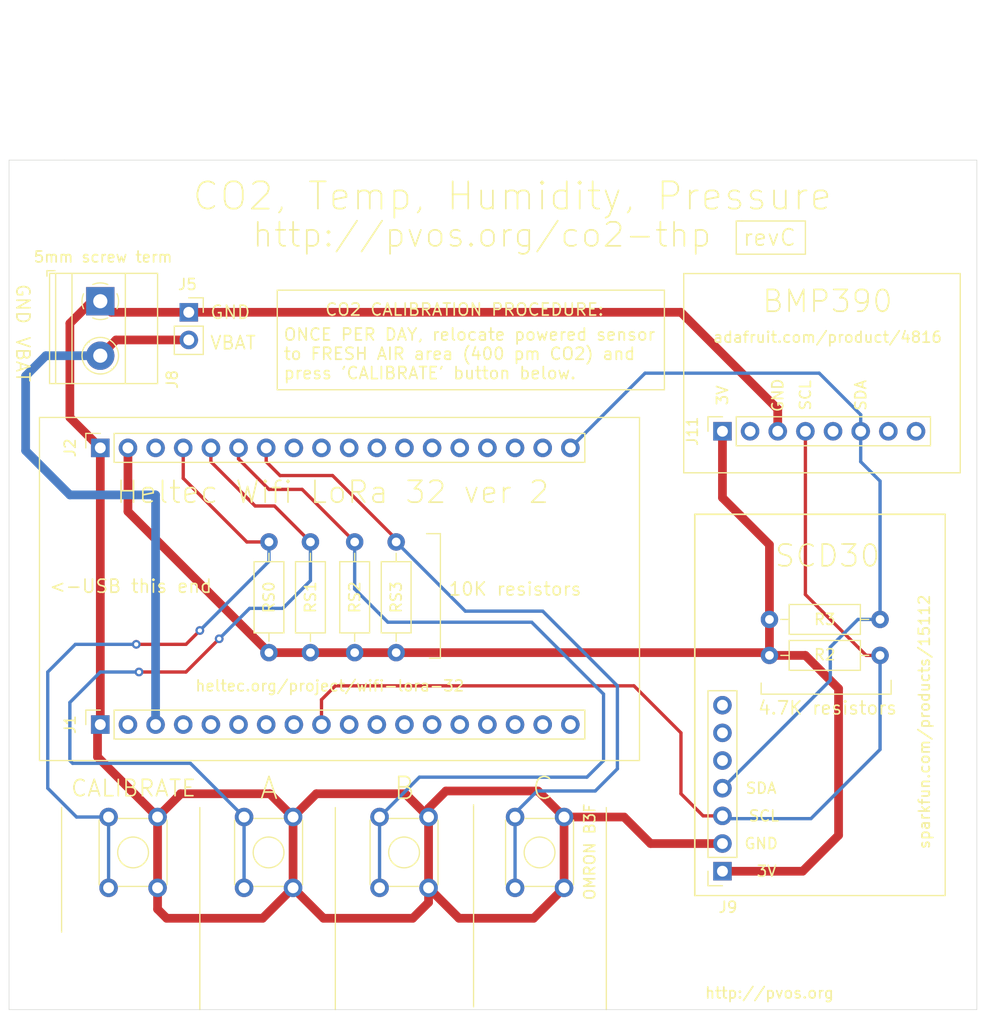
<source format=kicad_pcb>
(kicad_pcb (version 20171130) (host pcbnew 5.1.6-c6e7f7d~87~ubuntu18.04.1)

  (general
    (thickness 1.6)
    (drawings 75)
    (tracks 156)
    (zones 0)
    (modules 20)
    (nets 10)
  )

  (page A4)
  (layers
    (0 F.Cu signal)
    (31 B.Cu signal)
    (32 B.Adhes user)
    (33 F.Adhes user)
    (34 B.Paste user)
    (35 F.Paste user)
    (36 B.SilkS user)
    (37 F.SilkS user)
    (38 B.Mask user)
    (39 F.Mask user)
    (40 Dwgs.User user)
    (41 Cmts.User user)
    (42 Eco1.User user)
    (43 Eco2.User user)
    (44 Edge.Cuts user)
    (45 Margin user)
    (46 B.CrtYd user)
    (47 F.CrtYd user)
    (48 B.Fab user)
    (49 F.Fab user)
  )

  (setup
    (last_trace_width 0.3048)
    (user_trace_width 0.3048)
    (user_trace_width 0.4)
    (user_trace_width 0.508)
    (user_trace_width 0.8)
    (trace_clearance 0.2)
    (zone_clearance 0.508)
    (zone_45_only no)
    (trace_min 0.2)
    (via_size 0.8)
    (via_drill 0.4)
    (via_min_size 0.4)
    (via_min_drill 0.3)
    (uvia_size 0.3)
    (uvia_drill 0.1)
    (uvias_allowed no)
    (uvia_min_size 0.2)
    (uvia_min_drill 0.1)
    (edge_width 0.05)
    (segment_width 0.2)
    (pcb_text_width 0.3)
    (pcb_text_size 1.5 1.5)
    (mod_edge_width 0.12)
    (mod_text_size 1 1)
    (mod_text_width 0.15)
    (pad_size 1.524 1.524)
    (pad_drill 0.762)
    (pad_to_mask_clearance 0.05)
    (aux_axis_origin 0 0)
    (visible_elements FFFDFFFF)
    (pcbplotparams
      (layerselection 0x010fc_ffffffff)
      (usegerberextensions false)
      (usegerberattributes true)
      (usegerberadvancedattributes true)
      (creategerberjobfile true)
      (excludeedgelayer true)
      (linewidth 0.100000)
      (plotframeref false)
      (viasonmask false)
      (mode 1)
      (useauxorigin false)
      (hpglpennumber 1)
      (hpglpenspeed 20)
      (hpglpendiameter 15.000000)
      (psnegative false)
      (psa4output false)
      (plotreference true)
      (plotvalue true)
      (plotinvisibletext false)
      (padsonsilk false)
      (subtractmaskfromsilk false)
      (outputformat 1)
      (mirror false)
      (drillshape 0)
      (scaleselection 1)
      (outputdirectory "gerber/"))
  )

  (net 0 "")
  (net 1 +3V3)
  (net 2 GND)
  (net 3 SDA)
  (net 4 SCL)
  (net 5 VBAT)
  (net 6 36)
  (net 7 37)
  (net 8 38)
  (net 9 39)

  (net_class Default "This is the default net class."
    (clearance 0.2)
    (trace_width 0.25)
    (via_dia 0.8)
    (via_drill 0.4)
    (uvia_dia 0.3)
    (uvia_drill 0.1)
    (add_net +3V3)
    (add_net 36)
    (add_net 37)
    (add_net 38)
    (add_net 39)
    (add_net GND)
    (add_net "Net-(J1-Pad10)")
    (add_net "Net-(J1-Pad11)")
    (add_net "Net-(J1-Pad12)")
    (add_net "Net-(J1-Pad13)")
    (add_net "Net-(J1-Pad14)")
    (add_net "Net-(J1-Pad15)")
    (add_net "Net-(J1-Pad16)")
    (add_net "Net-(J1-Pad17)")
    (add_net "Net-(J1-Pad18)")
    (add_net "Net-(J1-Pad2)")
    (add_net "Net-(J1-Pad4)")
    (add_net "Net-(J1-Pad5)")
    (add_net "Net-(J1-Pad6)")
    (add_net "Net-(J1-Pad7)")
    (add_net "Net-(J1-Pad8)")
    (add_net "Net-(J11-Pad2)")
    (add_net "Net-(J11-Pad5)")
    (add_net "Net-(J11-Pad7)")
    (add_net "Net-(J11-Pad8)")
    (add_net "Net-(J2-Pad1)")
    (add_net "Net-(J2-Pad10)")
    (add_net "Net-(J2-Pad11)")
    (add_net "Net-(J2-Pad12)")
    (add_net "Net-(J2-Pad13)")
    (add_net "Net-(J2-Pad14)")
    (add_net "Net-(J2-Pad15)")
    (add_net "Net-(J2-Pad16)")
    (add_net "Net-(J2-Pad17)")
    (add_net "Net-(J2-Pad3)")
    (add_net "Net-(J2-Pad8)")
    (add_net "Net-(J2-Pad9)")
    (add_net "Net-(J9-Pad5)")
    (add_net "Net-(J9-Pad6)")
    (add_net "Net-(J9-Pad7)")
    (add_net SCL)
    (add_net SDA)
    (add_net VBAT)
  )

  (module Connector_PinSocket_2.54mm:PinSocket_1x18_P2.54mm_Vertical (layer F.Cu) (tedit 5A19A434) (tstamp 5FB57A8F)
    (at 76.708 85.598 90)
    (descr "Through hole straight socket strip, 1x18, 2.54mm pitch, single row (from Kicad 4.0.7), script generated")
    (tags "Through hole socket strip THT 1x18 2.54mm single row")
    (path /5FB65139)
    (fp_text reference J2 (at 0 -2.77 90) (layer F.SilkS)
      (effects (font (size 1 1) (thickness 0.15)))
    )
    (fp_text value Conn_01x18_Female (at 0 45.95 90) (layer F.Fab)
      (effects (font (size 1 1) (thickness 0.15)))
    )
    (fp_text user %R (at 0 21.59) (layer F.Fab)
      (effects (font (size 1 1) (thickness 0.15)))
    )
    (fp_line (start -1.27 -1.27) (end 0.635 -1.27) (layer F.Fab) (width 0.1))
    (fp_line (start 0.635 -1.27) (end 1.27 -0.635) (layer F.Fab) (width 0.1))
    (fp_line (start 1.27 -0.635) (end 1.27 44.45) (layer F.Fab) (width 0.1))
    (fp_line (start 1.27 44.45) (end -1.27 44.45) (layer F.Fab) (width 0.1))
    (fp_line (start -1.27 44.45) (end -1.27 -1.27) (layer F.Fab) (width 0.1))
    (fp_line (start -1.33 1.27) (end 1.33 1.27) (layer F.SilkS) (width 0.12))
    (fp_line (start -1.33 1.27) (end -1.33 44.51) (layer F.SilkS) (width 0.12))
    (fp_line (start -1.33 44.51) (end 1.33 44.51) (layer F.SilkS) (width 0.12))
    (fp_line (start 1.33 1.27) (end 1.33 44.51) (layer F.SilkS) (width 0.12))
    (fp_line (start 1.33 -1.33) (end 1.33 0) (layer F.SilkS) (width 0.12))
    (fp_line (start 0 -1.33) (end 1.33 -1.33) (layer F.SilkS) (width 0.12))
    (fp_line (start -1.8 -1.8) (end 1.75 -1.8) (layer F.CrtYd) (width 0.05))
    (fp_line (start 1.75 -1.8) (end 1.75 44.95) (layer F.CrtYd) (width 0.05))
    (fp_line (start 1.75 44.95) (end -1.8 44.95) (layer F.CrtYd) (width 0.05))
    (fp_line (start -1.8 44.95) (end -1.8 -1.8) (layer F.CrtYd) (width 0.05))
    (pad 18 thru_hole oval (at 0 43.18 90) (size 1.7 1.7) (drill 1) (layers *.Cu *.Mask)
      (net 3 SDA))
    (pad 17 thru_hole oval (at 0 40.64 90) (size 1.7 1.7) (drill 1) (layers *.Cu *.Mask))
    (pad 16 thru_hole oval (at 0 38.1 90) (size 1.7 1.7) (drill 1) (layers *.Cu *.Mask))
    (pad 15 thru_hole oval (at 0 35.56 90) (size 1.7 1.7) (drill 1) (layers *.Cu *.Mask))
    (pad 14 thru_hole oval (at 0 33.02 90) (size 1.7 1.7) (drill 1) (layers *.Cu *.Mask))
    (pad 13 thru_hole oval (at 0 30.48 90) (size 1.7 1.7) (drill 1) (layers *.Cu *.Mask))
    (pad 12 thru_hole oval (at 0 27.94 90) (size 1.7 1.7) (drill 1) (layers *.Cu *.Mask))
    (pad 11 thru_hole oval (at 0 25.4 90) (size 1.7 1.7) (drill 1) (layers *.Cu *.Mask))
    (pad 10 thru_hole oval (at 0 22.86 90) (size 1.7 1.7) (drill 1) (layers *.Cu *.Mask))
    (pad 9 thru_hole oval (at 0 20.32 90) (size 1.7 1.7) (drill 1) (layers *.Cu *.Mask))
    (pad 8 thru_hole oval (at 0 17.78 90) (size 1.7 1.7) (drill 1) (layers *.Cu *.Mask))
    (pad 7 thru_hole oval (at 0 15.24 90) (size 1.7 1.7) (drill 1) (layers *.Cu *.Mask)
      (net 9 39))
    (pad 6 thru_hole oval (at 0 12.7 90) (size 1.7 1.7) (drill 1) (layers *.Cu *.Mask)
      (net 8 38))
    (pad 5 thru_hole oval (at 0 10.16 90) (size 1.7 1.7) (drill 1) (layers *.Cu *.Mask)
      (net 7 37))
    (pad 4 thru_hole oval (at 0 7.62 90) (size 1.7 1.7) (drill 1) (layers *.Cu *.Mask)
      (net 6 36))
    (pad 3 thru_hole oval (at 0 5.08 90) (size 1.7 1.7) (drill 1) (layers *.Cu *.Mask))
    (pad 2 thru_hole oval (at 0 2.54 90) (size 1.7 1.7) (drill 1) (layers *.Cu *.Mask)
      (net 1 +3V3))
    (pad 1 thru_hole rect (at 0 0 90) (size 1.7 1.7) (drill 1) (layers *.Cu *.Mask)
      (net 2 GND))
    (model ${KISYS3DMOD}/Connector_PinSocket_2.54mm.3dshapes/PinSocket_1x18_P2.54mm_Vertical.wrl
      (at (xyz 0 0 0))
      (scale (xyz 1 1 1))
      (rotate (xyz 0 0 0))
    )
  )

  (module Connector_PinSocket_2.54mm:PinSocket_1x18_P2.54mm_Vertical (layer F.Cu) (tedit 5A19A434) (tstamp 5FB57AFE)
    (at 76.708 110.998 90)
    (descr "Through hole straight socket strip, 1x18, 2.54mm pitch, single row (from Kicad 4.0.7), script generated")
    (tags "Through hole socket strip THT 1x18 2.54mm single row")
    (path /5FB5C186)
    (fp_text reference J1 (at 0 -2.77 90) (layer F.SilkS)
      (effects (font (size 1 1) (thickness 0.15)))
    )
    (fp_text value Conn_01x18_Female (at 0 45.95 90) (layer F.Fab)
      (effects (font (size 1 1) (thickness 0.15)))
    )
    (fp_text user %R (at 0 21.59) (layer F.Fab)
      (effects (font (size 1 1) (thickness 0.15)))
    )
    (fp_line (start -1.27 -1.27) (end 0.635 -1.27) (layer F.Fab) (width 0.1))
    (fp_line (start 0.635 -1.27) (end 1.27 -0.635) (layer F.Fab) (width 0.1))
    (fp_line (start 1.27 -0.635) (end 1.27 44.45) (layer F.Fab) (width 0.1))
    (fp_line (start 1.27 44.45) (end -1.27 44.45) (layer F.Fab) (width 0.1))
    (fp_line (start -1.27 44.45) (end -1.27 -1.27) (layer F.Fab) (width 0.1))
    (fp_line (start -1.33 1.27) (end 1.33 1.27) (layer F.SilkS) (width 0.12))
    (fp_line (start -1.33 1.27) (end -1.33 44.51) (layer F.SilkS) (width 0.12))
    (fp_line (start -1.33 44.51) (end 1.33 44.51) (layer F.SilkS) (width 0.12))
    (fp_line (start 1.33 1.27) (end 1.33 44.51) (layer F.SilkS) (width 0.12))
    (fp_line (start 1.33 -1.33) (end 1.33 0) (layer F.SilkS) (width 0.12))
    (fp_line (start 0 -1.33) (end 1.33 -1.33) (layer F.SilkS) (width 0.12))
    (fp_line (start -1.8 -1.8) (end 1.75 -1.8) (layer F.CrtYd) (width 0.05))
    (fp_line (start 1.75 -1.8) (end 1.75 44.95) (layer F.CrtYd) (width 0.05))
    (fp_line (start 1.75 44.95) (end -1.8 44.95) (layer F.CrtYd) (width 0.05))
    (fp_line (start -1.8 44.95) (end -1.8 -1.8) (layer F.CrtYd) (width 0.05))
    (pad 18 thru_hole oval (at 0 43.18 90) (size 1.7 1.7) (drill 1) (layers *.Cu *.Mask))
    (pad 17 thru_hole oval (at 0 40.64 90) (size 1.7 1.7) (drill 1) (layers *.Cu *.Mask))
    (pad 16 thru_hole oval (at 0 38.1 90) (size 1.7 1.7) (drill 1) (layers *.Cu *.Mask))
    (pad 15 thru_hole oval (at 0 35.56 90) (size 1.7 1.7) (drill 1) (layers *.Cu *.Mask))
    (pad 14 thru_hole oval (at 0 33.02 90) (size 1.7 1.7) (drill 1) (layers *.Cu *.Mask))
    (pad 13 thru_hole oval (at 0 30.48 90) (size 1.7 1.7) (drill 1) (layers *.Cu *.Mask))
    (pad 12 thru_hole oval (at 0 27.94 90) (size 1.7 1.7) (drill 1) (layers *.Cu *.Mask))
    (pad 11 thru_hole oval (at 0 25.4 90) (size 1.7 1.7) (drill 1) (layers *.Cu *.Mask))
    (pad 10 thru_hole oval (at 0 22.86 90) (size 1.7 1.7) (drill 1) (layers *.Cu *.Mask))
    (pad 9 thru_hole oval (at 0 20.32 90) (size 1.7 1.7) (drill 1) (layers *.Cu *.Mask)
      (net 4 SCL))
    (pad 8 thru_hole oval (at 0 17.78 90) (size 1.7 1.7) (drill 1) (layers *.Cu *.Mask))
    (pad 7 thru_hole oval (at 0 15.24 90) (size 1.7 1.7) (drill 1) (layers *.Cu *.Mask))
    (pad 6 thru_hole oval (at 0 12.7 90) (size 1.7 1.7) (drill 1) (layers *.Cu *.Mask))
    (pad 5 thru_hole oval (at 0 10.16 90) (size 1.7 1.7) (drill 1) (layers *.Cu *.Mask))
    (pad 4 thru_hole oval (at 0 7.62 90) (size 1.7 1.7) (drill 1) (layers *.Cu *.Mask))
    (pad 3 thru_hole oval (at 0 5.08 90) (size 1.7 1.7) (drill 1) (layers *.Cu *.Mask)
      (net 5 VBAT))
    (pad 2 thru_hole oval (at 0 2.54 90) (size 1.7 1.7) (drill 1) (layers *.Cu *.Mask))
    (pad 1 thru_hole rect (at 0 0 90) (size 1.7 1.7) (drill 1) (layers *.Cu *.Mask)
      (net 2 GND))
    (model ${KISYS3DMOD}/Connector_PinSocket_2.54mm.3dshapes/PinSocket_1x18_P2.54mm_Vertical.wrl
      (at (xyz 0 0 0))
      (scale (xyz 1 1 1))
      (rotate (xyz 0 0 0))
    )
  )

  (module TerminalBlock_Phoenix:TerminalBlock_Phoenix_MKDS-1,5-2_1x02_P5.00mm_Horizontal (layer F.Cu) (tedit 5B294EE5) (tstamp 5FB55F79)
    (at 76.708 72.136 270)
    (descr "Terminal Block Phoenix MKDS-1,5-2, 2 pins, pitch 5mm, size 10x9.8mm^2, drill diamater 1.3mm, pad diameter 2.6mm, see http://www.farnell.com/datasheets/100425.pdf, script-generated using https://github.com/pointhi/kicad-footprint-generator/scripts/TerminalBlock_Phoenix")
    (tags "THT Terminal Block Phoenix MKDS-1,5-2 pitch 5mm size 10x9.8mm^2 drill 1.3mm pad 2.6mm")
    (path /5F97732E)
    (fp_text reference J8 (at 7.181 -6.604 90) (layer F.SilkS)
      (effects (font (size 1 1) (thickness 0.15)))
    )
    (fp_text value Screw_Terminal_01x02 (at 2.5 5.66 90) (layer F.Fab) hide
      (effects (font (size 1 1) (thickness 0.15)))
    )
    (fp_line (start 8 -5.71) (end -3 -5.71) (layer F.CrtYd) (width 0.05))
    (fp_line (start 8 5.1) (end 8 -5.71) (layer F.CrtYd) (width 0.05))
    (fp_line (start -3 5.1) (end 8 5.1) (layer F.CrtYd) (width 0.05))
    (fp_line (start -3 -5.71) (end -3 5.1) (layer F.CrtYd) (width 0.05))
    (fp_line (start -2.8 4.9) (end -2.3 4.9) (layer F.SilkS) (width 0.12))
    (fp_line (start -2.8 4.16) (end -2.8 4.9) (layer F.SilkS) (width 0.12))
    (fp_line (start 3.773 1.023) (end 3.726 1.069) (layer F.SilkS) (width 0.12))
    (fp_line (start 6.07 -1.275) (end 6.035 -1.239) (layer F.SilkS) (width 0.12))
    (fp_line (start 3.966 1.239) (end 3.931 1.274) (layer F.SilkS) (width 0.12))
    (fp_line (start 6.275 -1.069) (end 6.228 -1.023) (layer F.SilkS) (width 0.12))
    (fp_line (start 5.955 -1.138) (end 3.863 0.955) (layer F.Fab) (width 0.1))
    (fp_line (start 6.138 -0.955) (end 4.046 1.138) (layer F.Fab) (width 0.1))
    (fp_line (start 0.955 -1.138) (end -1.138 0.955) (layer F.Fab) (width 0.1))
    (fp_line (start 1.138 -0.955) (end -0.955 1.138) (layer F.Fab) (width 0.1))
    (fp_line (start 7.56 -5.261) (end 7.56 4.66) (layer F.SilkS) (width 0.12))
    (fp_line (start -2.56 -5.261) (end -2.56 4.66) (layer F.SilkS) (width 0.12))
    (fp_line (start -2.56 4.66) (end 7.56 4.66) (layer F.SilkS) (width 0.12))
    (fp_line (start -2.56 -5.261) (end 7.56 -5.261) (layer F.SilkS) (width 0.12))
    (fp_line (start -2.56 -2.301) (end 7.56 -2.301) (layer F.SilkS) (width 0.12))
    (fp_line (start -2.5 -2.3) (end 7.5 -2.3) (layer F.Fab) (width 0.1))
    (fp_line (start -2.56 2.6) (end 7.56 2.6) (layer F.SilkS) (width 0.12))
    (fp_line (start -2.5 2.6) (end 7.5 2.6) (layer F.Fab) (width 0.1))
    (fp_line (start -2.56 4.1) (end 7.56 4.1) (layer F.SilkS) (width 0.12))
    (fp_line (start -2.5 4.1) (end 7.5 4.1) (layer F.Fab) (width 0.1))
    (fp_line (start -2.5 4.1) (end -2.5 -5.2) (layer F.Fab) (width 0.1))
    (fp_line (start -2 4.6) (end -2.5 4.1) (layer F.Fab) (width 0.1))
    (fp_line (start 7.5 4.6) (end -2 4.6) (layer F.Fab) (width 0.1))
    (fp_line (start 7.5 -5.2) (end 7.5 4.6) (layer F.Fab) (width 0.1))
    (fp_line (start -2.5 -5.2) (end 7.5 -5.2) (layer F.Fab) (width 0.1))
    (fp_circle (center 5 0) (end 6.68 0) (layer F.SilkS) (width 0.12))
    (fp_circle (center 5 0) (end 6.5 0) (layer F.Fab) (width 0.1))
    (fp_circle (center 0 0) (end 1.5 0) (layer F.Fab) (width 0.1))
    (fp_text user %R (at 2.5 3.2 90) (layer F.Fab)
      (effects (font (size 1 1) (thickness 0.15)))
    )
    (fp_arc (start 0 0) (end -0.684 1.535) (angle -25) (layer F.SilkS) (width 0.12))
    (fp_arc (start 0 0) (end -1.535 -0.684) (angle -48) (layer F.SilkS) (width 0.12))
    (fp_arc (start 0 0) (end 0.684 -1.535) (angle -48) (layer F.SilkS) (width 0.12))
    (fp_arc (start 0 0) (end 1.535 0.684) (angle -48) (layer F.SilkS) (width 0.12))
    (fp_arc (start 0 0) (end 0 1.68) (angle -24) (layer F.SilkS) (width 0.12))
    (pad 2 thru_hole circle (at 5 0 270) (size 2.6 2.6) (drill 1.3) (layers *.Cu *.Mask)
      (net 5 VBAT))
    (pad 1 thru_hole rect (at 0 0 270) (size 2.6 2.6) (drill 1.3) (layers *.Cu *.Mask)
      (net 2 GND))
    (model ${KISYS3DMOD}/TerminalBlock_Phoenix.3dshapes/TerminalBlock_Phoenix_MKDS-1,5-2_1x02_P5.00mm_Horizontal.wrl
      (at (xyz 0 0 0))
      (scale (xyz 1 1 1))
      (rotate (xyz 0 0 0))
    )
  )

  (module Resistor_THT:R_Axial_DIN0207_L6.3mm_D2.5mm_P10.16mm_Horizontal (layer F.Cu) (tedit 5AE5139B) (tstamp 5FB57B5E)
    (at 96.012 104.394 90)
    (descr "Resistor, Axial_DIN0207 series, Axial, Horizontal, pin pitch=10.16mm, 0.25W = 1/4W, length*diameter=6.3*2.5mm^2, http://cdn-reichelt.de/documents/datenblatt/B400/1_4W%23YAG.pdf")
    (tags "Resistor Axial_DIN0207 series Axial Horizontal pin pitch 10.16mm 0.25W = 1/4W length 6.3mm diameter 2.5mm")
    (path /5FBA6976)
    (fp_text reference RS1 (at 5.08 0 90) (layer F.SilkS)
      (effects (font (size 1 1) (thickness 0.15)))
    )
    (fp_text value 10K (at 5.08 2.37 90) (layer F.Fab)
      (effects (font (size 1 1) (thickness 0.15)))
    )
    (fp_text user %R (at 5.08 0 90) (layer F.Fab)
      (effects (font (size 1 1) (thickness 0.15)))
    )
    (fp_line (start 1.93 -1.25) (end 1.93 1.25) (layer F.Fab) (width 0.1))
    (fp_line (start 1.93 1.25) (end 8.23 1.25) (layer F.Fab) (width 0.1))
    (fp_line (start 8.23 1.25) (end 8.23 -1.25) (layer F.Fab) (width 0.1))
    (fp_line (start 8.23 -1.25) (end 1.93 -1.25) (layer F.Fab) (width 0.1))
    (fp_line (start 0 0) (end 1.93 0) (layer F.Fab) (width 0.1))
    (fp_line (start 10.16 0) (end 8.23 0) (layer F.Fab) (width 0.1))
    (fp_line (start 1.81 -1.37) (end 1.81 1.37) (layer F.SilkS) (width 0.12))
    (fp_line (start 1.81 1.37) (end 8.35 1.37) (layer F.SilkS) (width 0.12))
    (fp_line (start 8.35 1.37) (end 8.35 -1.37) (layer F.SilkS) (width 0.12))
    (fp_line (start 8.35 -1.37) (end 1.81 -1.37) (layer F.SilkS) (width 0.12))
    (fp_line (start 1.04 0) (end 1.81 0) (layer F.SilkS) (width 0.12))
    (fp_line (start 9.12 0) (end 8.35 0) (layer F.SilkS) (width 0.12))
    (fp_line (start -1.05 -1.5) (end -1.05 1.5) (layer F.CrtYd) (width 0.05))
    (fp_line (start -1.05 1.5) (end 11.21 1.5) (layer F.CrtYd) (width 0.05))
    (fp_line (start 11.21 1.5) (end 11.21 -1.5) (layer F.CrtYd) (width 0.05))
    (fp_line (start 11.21 -1.5) (end -1.05 -1.5) (layer F.CrtYd) (width 0.05))
    (pad 1 thru_hole circle (at 0 0 90) (size 1.6 1.6) (drill 0.8) (layers *.Cu *.Mask)
      (net 1 +3V3))
    (pad 2 thru_hole oval (at 10.16 0 90) (size 1.6 1.6) (drill 0.8) (layers *.Cu *.Mask)
      (net 7 37))
    (model ${KISYS3DMOD}/Resistor_THT.3dshapes/R_Axial_DIN0207_L6.3mm_D2.5mm_P10.16mm_Horizontal.wrl
      (at (xyz 0 0 0))
      (scale (xyz 1 1 1))
      (rotate (xyz 0 0 0))
    )
  )

  (module Resistor_THT:R_Axial_DIN0207_L6.3mm_D2.5mm_P10.16mm_Horizontal (layer F.Cu) (tedit 5AE5139B) (tstamp 5FB57C27)
    (at 103.886 104.394 90)
    (descr "Resistor, Axial_DIN0207 series, Axial, Horizontal, pin pitch=10.16mm, 0.25W = 1/4W, length*diameter=6.3*2.5mm^2, http://cdn-reichelt.de/documents/datenblatt/B400/1_4W%23YAG.pdf")
    (tags "Resistor Axial_DIN0207 series Axial Horizontal pin pitch 10.16mm 0.25W = 1/4W length 6.3mm diameter 2.5mm")
    (path /5FBA49AD)
    (fp_text reference RS3 (at 5.08 0 90) (layer F.SilkS)
      (effects (font (size 1 1) (thickness 0.15)))
    )
    (fp_text value 10K (at 5.08 2.37 90) (layer F.Fab)
      (effects (font (size 1 1) (thickness 0.15)))
    )
    (fp_text user %R (at 5.08 0 90) (layer F.Fab)
      (effects (font (size 1 1) (thickness 0.15)))
    )
    (fp_line (start 1.93 -1.25) (end 1.93 1.25) (layer F.Fab) (width 0.1))
    (fp_line (start 1.93 1.25) (end 8.23 1.25) (layer F.Fab) (width 0.1))
    (fp_line (start 8.23 1.25) (end 8.23 -1.25) (layer F.Fab) (width 0.1))
    (fp_line (start 8.23 -1.25) (end 1.93 -1.25) (layer F.Fab) (width 0.1))
    (fp_line (start 0 0) (end 1.93 0) (layer F.Fab) (width 0.1))
    (fp_line (start 10.16 0) (end 8.23 0) (layer F.Fab) (width 0.1))
    (fp_line (start 1.81 -1.37) (end 1.81 1.37) (layer F.SilkS) (width 0.12))
    (fp_line (start 1.81 1.37) (end 8.35 1.37) (layer F.SilkS) (width 0.12))
    (fp_line (start 8.35 1.37) (end 8.35 -1.37) (layer F.SilkS) (width 0.12))
    (fp_line (start 8.35 -1.37) (end 1.81 -1.37) (layer F.SilkS) (width 0.12))
    (fp_line (start 1.04 0) (end 1.81 0) (layer F.SilkS) (width 0.12))
    (fp_line (start 9.12 0) (end 8.35 0) (layer F.SilkS) (width 0.12))
    (fp_line (start -1.05 -1.5) (end -1.05 1.5) (layer F.CrtYd) (width 0.05))
    (fp_line (start -1.05 1.5) (end 11.21 1.5) (layer F.CrtYd) (width 0.05))
    (fp_line (start 11.21 1.5) (end 11.21 -1.5) (layer F.CrtYd) (width 0.05))
    (fp_line (start 11.21 -1.5) (end -1.05 -1.5) (layer F.CrtYd) (width 0.05))
    (pad 1 thru_hole circle (at 0 0 90) (size 1.6 1.6) (drill 0.8) (layers *.Cu *.Mask)
      (net 1 +3V3))
    (pad 2 thru_hole oval (at 10.16 0 90) (size 1.6 1.6) (drill 0.8) (layers *.Cu *.Mask)
      (net 9 39))
    (model ${KISYS3DMOD}/Resistor_THT.3dshapes/R_Axial_DIN0207_L6.3mm_D2.5mm_P10.16mm_Horizontal.wrl
      (at (xyz 0 0 0))
      (scale (xyz 1 1 1))
      (rotate (xyz 0 0 0))
    )
  )

  (module Connector_PinSocket_2.54mm:PinSocket_1x02_P2.54mm_Vertical (layer F.Cu) (tedit 5A19A420) (tstamp 5FB55FEA)
    (at 84.836 73.152)
    (descr "Through hole straight socket strip, 1x02, 2.54mm pitch, single row (from Kicad 4.0.7), script generated")
    (tags "Through hole socket strip THT 1x02 2.54mm single row")
    (path /5F909BB4)
    (fp_text reference J5 (at -0.126 -2.555) (layer F.SilkS)
      (effects (font (size 1 1) (thickness 0.15)))
    )
    (fp_text value Conn_01x02_Female (at 0 5.31) (layer F.Fab) hide
      (effects (font (size 1 1) (thickness 0.15)))
    )
    (fp_line (start -1.8 4.3) (end -1.8 -1.8) (layer F.CrtYd) (width 0.05))
    (fp_line (start 1.75 4.3) (end -1.8 4.3) (layer F.CrtYd) (width 0.05))
    (fp_line (start 1.75 -1.8) (end 1.75 4.3) (layer F.CrtYd) (width 0.05))
    (fp_line (start -1.8 -1.8) (end 1.75 -1.8) (layer F.CrtYd) (width 0.05))
    (fp_line (start 0 -1.33) (end 1.33 -1.33) (layer F.SilkS) (width 0.12))
    (fp_line (start 1.33 -1.33) (end 1.33 0) (layer F.SilkS) (width 0.12))
    (fp_line (start 1.33 1.27) (end 1.33 3.87) (layer F.SilkS) (width 0.12))
    (fp_line (start -1.33 3.87) (end 1.33 3.87) (layer F.SilkS) (width 0.12))
    (fp_line (start -1.33 1.27) (end -1.33 3.87) (layer F.SilkS) (width 0.12))
    (fp_line (start -1.33 1.27) (end 1.33 1.27) (layer F.SilkS) (width 0.12))
    (fp_line (start -1.27 3.81) (end -1.27 -1.27) (layer F.Fab) (width 0.1))
    (fp_line (start 1.27 3.81) (end -1.27 3.81) (layer F.Fab) (width 0.1))
    (fp_line (start 1.27 -0.635) (end 1.27 3.81) (layer F.Fab) (width 0.1))
    (fp_line (start 0.635 -1.27) (end 1.27 -0.635) (layer F.Fab) (width 0.1))
    (fp_line (start -1.27 -1.27) (end 0.635 -1.27) (layer F.Fab) (width 0.1))
    (fp_text user %R (at 0 1.27 90) (layer F.Fab)
      (effects (font (size 1 1) (thickness 0.15)))
    )
    (pad 2 thru_hole oval (at 0 2.54) (size 1.7 1.7) (drill 1) (layers *.Cu *.Mask)
      (net 5 VBAT))
    (pad 1 thru_hole rect (at 0 0) (size 1.7 1.7) (drill 1) (layers *.Cu *.Mask)
      (net 2 GND))
    (model ${KISYS3DMOD}/Connector_PinSocket_2.54mm.3dshapes/PinSocket_1x02_P2.54mm_Vertical.wrl
      (at (xyz 0 0 0))
      (scale (xyz 1 1 1))
      (rotate (xyz 0 0 0))
    )
  )

  (module Button_Switch_THT:SW_TH_Tactile_Omron_B3F-10xx (layer F.Cu) (tedit 5D84F0EF) (tstamp 5FB5465A)
    (at 77.47 125.984 90)
    (descr SW_TH_Tactile_Omron_B3F-10xx_https://www.omron.com/ecb/products/pdf/en-b3f.pdf)
    (tags "Omron B3F-10xx")
    (path /5FBA90A9)
    (fp_text reference SW0 (at 8.382 2.286 180) (layer F.SilkS) hide
      (effects (font (size 1 1) (thickness 0.15)))
    )
    (fp_text value SW_Push_Dual (at 3.2 6.5 90) (layer F.Fab)
      (effects (font (size 1 1) (thickness 0.15)))
    )
    (fp_text user %R (at 3.25 2.25 90) (layer F.Fab)
      (effects (font (size 1 1) (thickness 0.15)))
    )
    (fp_line (start 0.25 -0.75) (end 0.25 5.25) (layer F.Fab) (width 0.1))
    (fp_line (start 6.25 -0.75) (end 6.25 5.25) (layer F.Fab) (width 0.1))
    (fp_line (start 0.25 -0.75) (end 6.25 -0.75) (layer F.Fab) (width 0.1))
    (fp_line (start 7.6 5.6) (end 7.6 -1.1) (layer F.CrtYd) (width 0.05))
    (fp_line (start -1.1 5.6) (end 7.6 5.6) (layer F.CrtYd) (width 0.05))
    (fp_line (start -1.1 -1.1) (end -1.1 5.6) (layer F.CrtYd) (width 0.05))
    (fp_circle (center 3.25 2.25) (end 4.25 3.25) (layer F.SilkS) (width 0.12))
    (fp_line (start 0.28 5.37) (end 6.22 5.37) (layer F.SilkS) (width 0.12))
    (fp_line (start 0.28 -0.87) (end 6.22 -0.87) (layer F.SilkS) (width 0.12))
    (fp_line (start 0.13 3.59) (end 0.13 0.91) (layer F.SilkS) (width 0.12))
    (fp_line (start 6.37 0.91) (end 6.37 3.59) (layer F.SilkS) (width 0.12))
    (fp_line (start 0.25 5.25) (end 6.25 5.25) (layer F.Fab) (width 0.1))
    (fp_line (start -1.1 -1.1) (end 7.6 -1.1) (layer F.CrtYd) (width 0.05))
    (pad 4 thru_hole circle (at 6.5 4.5 90) (size 1.7 1.7) (drill 1) (layers *.Cu *.Mask)
      (net 2 GND))
    (pad 3 thru_hole circle (at 0 4.5 90) (size 1.7 1.7) (drill 1) (layers *.Cu *.Mask)
      (net 2 GND))
    (pad 2 thru_hole circle (at 6.5 0 90) (size 1.7 1.7) (drill 1) (layers *.Cu *.Mask)
      (net 6 36))
    (pad 1 thru_hole circle (at 0 0 90) (size 1.7 1.7) (drill 1) (layers *.Cu *.Mask)
      (net 6 36))
    (model ${KISYS3DMOD}/Button_Switch_THT.3dshapes/SW_TH_Tactile_Omron_B3F-10xx.wrl
      (at (xyz 0 0 0))
      (scale (xyz 1 1 1))
      (rotate (xyz 0 0 0))
    )
  )

  (module Button_Switch_THT:SW_TH_Tactile_Omron_B3F-10xx (layer F.Cu) (tedit 5D84F0EF) (tstamp 5FB48210)
    (at 89.916 125.984 90)
    (descr SW_TH_Tactile_Omron_B3F-10xx_https://www.omron.com/ecb/products/pdf/en-b3f.pdf)
    (tags "Omron B3F-10xx")
    (path /5FBA6963)
    (fp_text reference SW1 (at 8.382 2.286 180) (layer F.SilkS) hide
      (effects (font (size 1 1) (thickness 0.15)))
    )
    (fp_text value SW_Push_Dual (at 3.2 6.5 90) (layer F.Fab)
      (effects (font (size 1 1) (thickness 0.15)))
    )
    (fp_text user %R (at 3.25 2.25 90) (layer F.Fab)
      (effects (font (size 1 1) (thickness 0.15)))
    )
    (fp_line (start 0.25 -0.75) (end 0.25 5.25) (layer F.Fab) (width 0.1))
    (fp_line (start 6.25 -0.75) (end 6.25 5.25) (layer F.Fab) (width 0.1))
    (fp_line (start 0.25 -0.75) (end 6.25 -0.75) (layer F.Fab) (width 0.1))
    (fp_line (start 7.6 5.6) (end 7.6 -1.1) (layer F.CrtYd) (width 0.05))
    (fp_line (start -1.1 5.6) (end 7.6 5.6) (layer F.CrtYd) (width 0.05))
    (fp_line (start -1.1 -1.1) (end -1.1 5.6) (layer F.CrtYd) (width 0.05))
    (fp_circle (center 3.25 2.25) (end 4.25 3.25) (layer F.SilkS) (width 0.12))
    (fp_line (start 0.28 5.37) (end 6.22 5.37) (layer F.SilkS) (width 0.12))
    (fp_line (start 0.28 -0.87) (end 6.22 -0.87) (layer F.SilkS) (width 0.12))
    (fp_line (start 0.13 3.59) (end 0.13 0.91) (layer F.SilkS) (width 0.12))
    (fp_line (start 6.37 0.91) (end 6.37 3.59) (layer F.SilkS) (width 0.12))
    (fp_line (start 0.25 5.25) (end 6.25 5.25) (layer F.Fab) (width 0.1))
    (fp_line (start -1.1 -1.1) (end 7.6 -1.1) (layer F.CrtYd) (width 0.05))
    (pad 4 thru_hole circle (at 6.5 4.5 90) (size 1.7 1.7) (drill 1) (layers *.Cu *.Mask)
      (net 2 GND))
    (pad 3 thru_hole circle (at 0 4.5 90) (size 1.7 1.7) (drill 1) (layers *.Cu *.Mask)
      (net 2 GND))
    (pad 2 thru_hole circle (at 6.5 0 90) (size 1.7 1.7) (drill 1) (layers *.Cu *.Mask)
      (net 7 37))
    (pad 1 thru_hole circle (at 0 0 90) (size 1.7 1.7) (drill 1) (layers *.Cu *.Mask)
      (net 7 37))
    (model ${KISYS3DMOD}/Button_Switch_THT.3dshapes/SW_TH_Tactile_Omron_B3F-10xx.wrl
      (at (xyz 0 0 0))
      (scale (xyz 1 1 1))
      (rotate (xyz 0 0 0))
    )
  )

  (module Button_Switch_THT:SW_TH_Tactile_Omron_B3F-10xx (layer F.Cu) (tedit 5D84F0EF) (tstamp 5FB54728)
    (at 114.808 125.984 90)
    (descr SW_TH_Tactile_Omron_B3F-10xx_https://www.omron.com/ecb/products/pdf/en-b3f.pdf)
    (tags "Omron B3F-10xx")
    (path /5FBA499A)
    (fp_text reference SW3 (at 3.25 -2.05 90) (layer F.SilkS) hide
      (effects (font (size 1 1) (thickness 0.15)))
    )
    (fp_text value SW_Push_Dual (at 3.2 6.5 90) (layer F.Fab)
      (effects (font (size 1 1) (thickness 0.15)))
    )
    (fp_text user %R (at 3.25 2.25 90) (layer F.Fab)
      (effects (font (size 1 1) (thickness 0.15)))
    )
    (fp_line (start 0.25 -0.75) (end 0.25 5.25) (layer F.Fab) (width 0.1))
    (fp_line (start 6.25 -0.75) (end 6.25 5.25) (layer F.Fab) (width 0.1))
    (fp_line (start 0.25 -0.75) (end 6.25 -0.75) (layer F.Fab) (width 0.1))
    (fp_line (start 7.6 5.6) (end 7.6 -1.1) (layer F.CrtYd) (width 0.05))
    (fp_line (start -1.1 5.6) (end 7.6 5.6) (layer F.CrtYd) (width 0.05))
    (fp_line (start -1.1 -1.1) (end -1.1 5.6) (layer F.CrtYd) (width 0.05))
    (fp_circle (center 3.25 2.25) (end 4.25 3.25) (layer F.SilkS) (width 0.12))
    (fp_line (start 0.28 5.37) (end 6.22 5.37) (layer F.SilkS) (width 0.12))
    (fp_line (start 0.28 -0.87) (end 6.22 -0.87) (layer F.SilkS) (width 0.12))
    (fp_line (start 0.13 3.59) (end 0.13 0.91) (layer F.SilkS) (width 0.12))
    (fp_line (start 6.37 0.91) (end 6.37 3.59) (layer F.SilkS) (width 0.12))
    (fp_line (start 0.25 5.25) (end 6.25 5.25) (layer F.Fab) (width 0.1))
    (fp_line (start -1.1 -1.1) (end 7.6 -1.1) (layer F.CrtYd) (width 0.05))
    (pad 4 thru_hole circle (at 6.5 4.5 90) (size 1.7 1.7) (drill 1) (layers *.Cu *.Mask)
      (net 2 GND))
    (pad 3 thru_hole circle (at 0 4.5 90) (size 1.7 1.7) (drill 1) (layers *.Cu *.Mask)
      (net 2 GND))
    (pad 2 thru_hole circle (at 6.5 0 90) (size 1.7 1.7) (drill 1) (layers *.Cu *.Mask)
      (net 9 39))
    (pad 1 thru_hole circle (at 0 0 90) (size 1.7 1.7) (drill 1) (layers *.Cu *.Mask)
      (net 9 39))
    (model ${KISYS3DMOD}/Button_Switch_THT.3dshapes/SW_TH_Tactile_Omron_B3F-10xx.wrl
      (at (xyz 0 0 0))
      (scale (xyz 1 1 1))
      (rotate (xyz 0 0 0))
    )
  )

  (module Button_Switch_THT:SW_TH_Tactile_Omron_B3F-10xx (layer F.Cu) (tedit 5D84F0EF) (tstamp 5FB45B33)
    (at 102.362 125.984 90)
    (descr SW_TH_Tactile_Omron_B3F-10xx_https://www.omron.com/ecb/products/pdf/en-b3f.pdf)
    (tags "Omron B3F-10xx")
    (path /5FBA59B8)
    (fp_text reference SW2 (at 3.25 -2.05 90) (layer F.SilkS) hide
      (effects (font (size 1 1) (thickness 0.15)))
    )
    (fp_text value SW_Push_Dual (at 3.2 6.5 90) (layer F.Fab)
      (effects (font (size 1 1) (thickness 0.15)))
    )
    (fp_text user %R (at 3.25 2.25 90) (layer F.Fab)
      (effects (font (size 1 1) (thickness 0.15)))
    )
    (fp_line (start 0.25 -0.75) (end 0.25 5.25) (layer F.Fab) (width 0.1))
    (fp_line (start 6.25 -0.75) (end 6.25 5.25) (layer F.Fab) (width 0.1))
    (fp_line (start 0.25 -0.75) (end 6.25 -0.75) (layer F.Fab) (width 0.1))
    (fp_line (start 7.6 5.6) (end 7.6 -1.1) (layer F.CrtYd) (width 0.05))
    (fp_line (start -1.1 5.6) (end 7.6 5.6) (layer F.CrtYd) (width 0.05))
    (fp_line (start -1.1 -1.1) (end -1.1 5.6) (layer F.CrtYd) (width 0.05))
    (fp_circle (center 3.25 2.25) (end 4.25 3.25) (layer F.SilkS) (width 0.12))
    (fp_line (start 0.28 5.37) (end 6.22 5.37) (layer F.SilkS) (width 0.12))
    (fp_line (start 0.28 -0.87) (end 6.22 -0.87) (layer F.SilkS) (width 0.12))
    (fp_line (start 0.13 3.59) (end 0.13 0.91) (layer F.SilkS) (width 0.12))
    (fp_line (start 6.37 0.91) (end 6.37 3.59) (layer F.SilkS) (width 0.12))
    (fp_line (start 0.25 5.25) (end 6.25 5.25) (layer F.Fab) (width 0.1))
    (fp_line (start -1.1 -1.1) (end 7.6 -1.1) (layer F.CrtYd) (width 0.05))
    (pad 4 thru_hole circle (at 6.5 4.5 90) (size 1.7 1.7) (drill 1) (layers *.Cu *.Mask)
      (net 2 GND))
    (pad 3 thru_hole circle (at 0 4.5 90) (size 1.7 1.7) (drill 1) (layers *.Cu *.Mask)
      (net 2 GND))
    (pad 2 thru_hole circle (at 6.5 0 90) (size 1.7 1.7) (drill 1) (layers *.Cu *.Mask)
      (net 8 38))
    (pad 1 thru_hole circle (at 0 0 90) (size 1.7 1.7) (drill 1) (layers *.Cu *.Mask)
      (net 8 38))
    (model ${KISYS3DMOD}/Button_Switch_THT.3dshapes/SW_TH_Tactile_Omron_B3F-10xx.wrl
      (at (xyz 0 0 0))
      (scale (xyz 1 1 1))
      (rotate (xyz 0 0 0))
    )
  )

  (module Resistor_THT:R_Axial_DIN0207_L6.3mm_D2.5mm_P10.16mm_Horizontal (layer F.Cu) (tedit 5AE5139B) (tstamp 5FB57BE2)
    (at 92.202 104.394 90)
    (descr "Resistor, Axial_DIN0207 series, Axial, Horizontal, pin pitch=10.16mm, 0.25W = 1/4W, length*diameter=6.3*2.5mm^2, http://cdn-reichelt.de/documents/datenblatt/B400/1_4W%23YAG.pdf")
    (tags "Resistor Axial_DIN0207 series Axial Horizontal pin pitch 10.16mm 0.25W = 1/4W length 6.3mm diameter 2.5mm")
    (path /5FBA90BC)
    (fp_text reference RS0 (at 5.08 0 90) (layer F.SilkS)
      (effects (font (size 1 1) (thickness 0.15)))
    )
    (fp_text value 10K (at 5.08 2.37 90) (layer F.Fab)
      (effects (font (size 1 1) (thickness 0.15)))
    )
    (fp_text user %R (at 5.08 0 90) (layer F.Fab)
      (effects (font (size 1 1) (thickness 0.15)))
    )
    (fp_line (start 1.93 -1.25) (end 1.93 1.25) (layer F.Fab) (width 0.1))
    (fp_line (start 1.93 1.25) (end 8.23 1.25) (layer F.Fab) (width 0.1))
    (fp_line (start 8.23 1.25) (end 8.23 -1.25) (layer F.Fab) (width 0.1))
    (fp_line (start 8.23 -1.25) (end 1.93 -1.25) (layer F.Fab) (width 0.1))
    (fp_line (start 0 0) (end 1.93 0) (layer F.Fab) (width 0.1))
    (fp_line (start 10.16 0) (end 8.23 0) (layer F.Fab) (width 0.1))
    (fp_line (start 1.81 -1.37) (end 1.81 1.37) (layer F.SilkS) (width 0.12))
    (fp_line (start 1.81 1.37) (end 8.35 1.37) (layer F.SilkS) (width 0.12))
    (fp_line (start 8.35 1.37) (end 8.35 -1.37) (layer F.SilkS) (width 0.12))
    (fp_line (start 8.35 -1.37) (end 1.81 -1.37) (layer F.SilkS) (width 0.12))
    (fp_line (start 1.04 0) (end 1.81 0) (layer F.SilkS) (width 0.12))
    (fp_line (start 9.12 0) (end 8.35 0) (layer F.SilkS) (width 0.12))
    (fp_line (start -1.05 -1.5) (end -1.05 1.5) (layer F.CrtYd) (width 0.05))
    (fp_line (start -1.05 1.5) (end 11.21 1.5) (layer F.CrtYd) (width 0.05))
    (fp_line (start 11.21 1.5) (end 11.21 -1.5) (layer F.CrtYd) (width 0.05))
    (fp_line (start 11.21 -1.5) (end -1.05 -1.5) (layer F.CrtYd) (width 0.05))
    (pad 1 thru_hole circle (at 0 0 90) (size 1.6 1.6) (drill 0.8) (layers *.Cu *.Mask)
      (net 1 +3V3))
    (pad 2 thru_hole oval (at 10.16 0 90) (size 1.6 1.6) (drill 0.8) (layers *.Cu *.Mask)
      (net 6 36))
    (model ${KISYS3DMOD}/Resistor_THT.3dshapes/R_Axial_DIN0207_L6.3mm_D2.5mm_P10.16mm_Horizontal.wrl
      (at (xyz 0 0 0))
      (scale (xyz 1 1 1))
      (rotate (xyz 0 0 0))
    )
  )

  (module Resistor_THT:R_Axial_DIN0207_L6.3mm_D2.5mm_P10.16mm_Horizontal (layer F.Cu) (tedit 5AE5139B) (tstamp 5FB57BA0)
    (at 100.076 104.394 90)
    (descr "Resistor, Axial_DIN0207 series, Axial, Horizontal, pin pitch=10.16mm, 0.25W = 1/4W, length*diameter=6.3*2.5mm^2, http://cdn-reichelt.de/documents/datenblatt/B400/1_4W%23YAG.pdf")
    (tags "Resistor Axial_DIN0207 series Axial Horizontal pin pitch 10.16mm 0.25W = 1/4W length 6.3mm diameter 2.5mm")
    (path /5FBA59CB)
    (fp_text reference RS2 (at 5.08 0 90) (layer F.SilkS)
      (effects (font (size 1 1) (thickness 0.15)))
    )
    (fp_text value 10K (at 5.08 2.37 90) (layer F.Fab)
      (effects (font (size 1 1) (thickness 0.15)))
    )
    (fp_text user %R (at 5.08 0 90) (layer F.Fab)
      (effects (font (size 1 1) (thickness 0.15)))
    )
    (fp_line (start 1.93 -1.25) (end 1.93 1.25) (layer F.Fab) (width 0.1))
    (fp_line (start 1.93 1.25) (end 8.23 1.25) (layer F.Fab) (width 0.1))
    (fp_line (start 8.23 1.25) (end 8.23 -1.25) (layer F.Fab) (width 0.1))
    (fp_line (start 8.23 -1.25) (end 1.93 -1.25) (layer F.Fab) (width 0.1))
    (fp_line (start 0 0) (end 1.93 0) (layer F.Fab) (width 0.1))
    (fp_line (start 10.16 0) (end 8.23 0) (layer F.Fab) (width 0.1))
    (fp_line (start 1.81 -1.37) (end 1.81 1.37) (layer F.SilkS) (width 0.12))
    (fp_line (start 1.81 1.37) (end 8.35 1.37) (layer F.SilkS) (width 0.12))
    (fp_line (start 8.35 1.37) (end 8.35 -1.37) (layer F.SilkS) (width 0.12))
    (fp_line (start 8.35 -1.37) (end 1.81 -1.37) (layer F.SilkS) (width 0.12))
    (fp_line (start 1.04 0) (end 1.81 0) (layer F.SilkS) (width 0.12))
    (fp_line (start 9.12 0) (end 8.35 0) (layer F.SilkS) (width 0.12))
    (fp_line (start -1.05 -1.5) (end -1.05 1.5) (layer F.CrtYd) (width 0.05))
    (fp_line (start -1.05 1.5) (end 11.21 1.5) (layer F.CrtYd) (width 0.05))
    (fp_line (start 11.21 1.5) (end 11.21 -1.5) (layer F.CrtYd) (width 0.05))
    (fp_line (start 11.21 -1.5) (end -1.05 -1.5) (layer F.CrtYd) (width 0.05))
    (pad 1 thru_hole circle (at 0 0 90) (size 1.6 1.6) (drill 0.8) (layers *.Cu *.Mask)
      (net 1 +3V3))
    (pad 2 thru_hole oval (at 10.16 0 90) (size 1.6 1.6) (drill 0.8) (layers *.Cu *.Mask)
      (net 8 38))
    (model ${KISYS3DMOD}/Resistor_THT.3dshapes/R_Axial_DIN0207_L6.3mm_D2.5mm_P10.16mm_Horizontal.wrl
      (at (xyz 0 0 0))
      (scale (xyz 1 1 1))
      (rotate (xyz 0 0 0))
    )
  )

  (module Connector_PinSocket_2.54mm:PinSocket_1x08_P2.54mm_Vertical (layer F.Cu) (tedit 5A19A420) (tstamp 5FB5429A)
    (at 133.858 84.074 90)
    (descr "Through hole straight socket strip, 1x08, 2.54mm pitch, single row (from Kicad 4.0.7), script generated")
    (tags "Through hole socket strip THT 1x08 2.54mm single row")
    (path /5FADE7E5)
    (fp_text reference J11 (at 0 -2.77 90) (layer F.SilkS)
      (effects (font (size 1 1) (thickness 0.15)))
    )
    (fp_text value BME390 (at 0 20.55 90) (layer F.Fab)
      (effects (font (size 1 1) (thickness 0.15)))
    )
    (fp_line (start -1.27 -1.27) (end 0.635 -1.27) (layer F.Fab) (width 0.1))
    (fp_line (start 0.635 -1.27) (end 1.27 -0.635) (layer F.Fab) (width 0.1))
    (fp_line (start 1.27 -0.635) (end 1.27 19.05) (layer F.Fab) (width 0.1))
    (fp_line (start 1.27 19.05) (end -1.27 19.05) (layer F.Fab) (width 0.1))
    (fp_line (start -1.27 19.05) (end -1.27 -1.27) (layer F.Fab) (width 0.1))
    (fp_line (start -1.33 1.27) (end 1.33 1.27) (layer F.SilkS) (width 0.12))
    (fp_line (start -1.33 1.27) (end -1.33 19.11) (layer F.SilkS) (width 0.12))
    (fp_line (start -1.33 19.11) (end 1.33 19.11) (layer F.SilkS) (width 0.12))
    (fp_line (start 1.33 1.27) (end 1.33 19.11) (layer F.SilkS) (width 0.12))
    (fp_line (start 1.33 -1.33) (end 1.33 0) (layer F.SilkS) (width 0.12))
    (fp_line (start 0 -1.33) (end 1.33 -1.33) (layer F.SilkS) (width 0.12))
    (fp_line (start -1.8 -1.8) (end 1.75 -1.8) (layer F.CrtYd) (width 0.05))
    (fp_line (start 1.75 -1.8) (end 1.75 19.55) (layer F.CrtYd) (width 0.05))
    (fp_line (start 1.75 19.55) (end -1.8 19.55) (layer F.CrtYd) (width 0.05))
    (fp_line (start -1.8 19.55) (end -1.8 -1.8) (layer F.CrtYd) (width 0.05))
    (fp_text user %R (at 0 8.89) (layer F.Fab)
      (effects (font (size 1 1) (thickness 0.15)))
    )
    (pad 8 thru_hole oval (at 0 17.78 90) (size 1.7 1.7) (drill 1) (layers *.Cu *.Mask))
    (pad 7 thru_hole oval (at 0 15.24 90) (size 1.7 1.7) (drill 1) (layers *.Cu *.Mask))
    (pad 6 thru_hole oval (at 0 12.7 90) (size 1.7 1.7) (drill 1) (layers *.Cu *.Mask)
      (net 3 SDA))
    (pad 5 thru_hole oval (at 0 10.16 90) (size 1.7 1.7) (drill 1) (layers *.Cu *.Mask))
    (pad 4 thru_hole oval (at 0 7.62 90) (size 1.7 1.7) (drill 1) (layers *.Cu *.Mask)
      (net 4 SCL))
    (pad 3 thru_hole oval (at 0 5.08 90) (size 1.7 1.7) (drill 1) (layers *.Cu *.Mask)
      (net 2 GND))
    (pad 2 thru_hole oval (at 0 2.54 90) (size 1.7 1.7) (drill 1) (layers *.Cu *.Mask))
    (pad 1 thru_hole rect (at 0 0 90) (size 1.7 1.7) (drill 1) (layers *.Cu *.Mask)
      (net 1 +3V3))
    (model ${KISYS3DMOD}/Connector_PinSocket_2.54mm.3dshapes/PinSocket_1x08_P2.54mm_Vertical.wrl
      (at (xyz 0 0 0))
      (scale (xyz 1 1 1))
      (rotate (xyz 0 0 0))
    )
  )

  (module Connector_PinSocket_2.54mm:PinSocket_1x07_P2.54mm_Vertical (layer F.Cu) (tedit 5A19A433) (tstamp 5FADB381)
    (at 133.858 124.46 180)
    (descr "Through hole straight socket strip, 1x07, 2.54mm pitch, single row (from Kicad 4.0.7), script generated")
    (tags "Through hole socket strip THT 1x07 2.54mm single row")
    (path /5FB57B67)
    (fp_text reference J9 (at -0.508 -3.302 180) (layer F.SilkS)
      (effects (font (size 1 1) (thickness 0.15)))
    )
    (fp_text value SCD30 (at 0 18.01) (layer F.Fab)
      (effects (font (size 1 1) (thickness 0.15)))
    )
    (fp_line (start -1.27 -1.27) (end 0.635 -1.27) (layer F.Fab) (width 0.1))
    (fp_line (start 0.635 -1.27) (end 1.27 -0.635) (layer F.Fab) (width 0.1))
    (fp_line (start 1.27 -0.635) (end 1.27 16.51) (layer F.Fab) (width 0.1))
    (fp_line (start 1.27 16.51) (end -1.27 16.51) (layer F.Fab) (width 0.1))
    (fp_line (start -1.27 16.51) (end -1.27 -1.27) (layer F.Fab) (width 0.1))
    (fp_line (start -1.33 1.27) (end 1.33 1.27) (layer F.SilkS) (width 0.12))
    (fp_line (start -1.33 1.27) (end -1.33 16.57) (layer F.SilkS) (width 0.12))
    (fp_line (start -1.33 16.57) (end 1.33 16.57) (layer F.SilkS) (width 0.12))
    (fp_line (start 1.33 1.27) (end 1.33 16.57) (layer F.SilkS) (width 0.12))
    (fp_line (start 1.33 -1.33) (end 1.33 0) (layer F.SilkS) (width 0.12))
    (fp_line (start 0 -1.33) (end 1.33 -1.33) (layer F.SilkS) (width 0.12))
    (fp_line (start -1.8 -1.8) (end 1.75 -1.8) (layer F.CrtYd) (width 0.05))
    (fp_line (start 1.75 -1.8) (end 1.75 17) (layer F.CrtYd) (width 0.05))
    (fp_line (start 1.75 17) (end -1.8 17) (layer F.CrtYd) (width 0.05))
    (fp_line (start -1.8 17) (end -1.8 -1.8) (layer F.CrtYd) (width 0.05))
    (fp_text user %R (at 0 7.62 90) (layer F.Fab)
      (effects (font (size 1 1) (thickness 0.15)))
    )
    (pad 7 thru_hole oval (at 0 15.24 180) (size 1.7 1.7) (drill 1) (layers *.Cu *.Mask))
    (pad 6 thru_hole oval (at 0 12.7 180) (size 1.7 1.7) (drill 1) (layers *.Cu *.Mask))
    (pad 5 thru_hole oval (at 0 10.16 180) (size 1.7 1.7) (drill 1) (layers *.Cu *.Mask))
    (pad 4 thru_hole oval (at 0 7.62 180) (size 1.7 1.7) (drill 1) (layers *.Cu *.Mask)
      (net 3 SDA))
    (pad 3 thru_hole oval (at 0 5.08 180) (size 1.7 1.7) (drill 1) (layers *.Cu *.Mask)
      (net 4 SCL))
    (pad 2 thru_hole oval (at 0 2.54 180) (size 1.7 1.7) (drill 1) (layers *.Cu *.Mask)
      (net 2 GND))
    (pad 1 thru_hole rect (at 0 0 180) (size 1.7 1.7) (drill 1) (layers *.Cu *.Mask)
      (net 1 +3V3))
    (model ${KISYS3DMOD}/Connector_PinSocket_2.54mm.3dshapes/PinSocket_1x07_P2.54mm_Vertical.wrl
      (at (xyz 0 0 0))
      (scale (xyz 1 1 1))
      (rotate (xyz 0 0 0))
    )
  )

  (module MountingHole:MountingHole_2.7mm_M2.5 (layer F.Cu) (tedit 56D1B4CB) (tstamp 5FB4881C)
    (at 152.654 133.35 90)
    (descr "Mounting Hole 2.7mm, no annular, M2.5")
    (tags "mounting hole 2.7mm no annular m2.5")
    (path /5F9D006D)
    (attr virtual)
    (fp_text reference H4 (at 0 -3.7 90) (layer F.SilkS) hide
      (effects (font (size 1 1) (thickness 0.15)))
    )
    (fp_text value MountingHole (at 0 3.7 90) (layer F.Fab)
      (effects (font (size 1 1) (thickness 0.15)))
    )
    (fp_circle (center 0 0) (end 2.95 0) (layer F.CrtYd) (width 0.05))
    (fp_circle (center 0 0) (end 2.7 0) (layer Cmts.User) (width 0.15))
    (fp_text user %R (at 0.3 0 90) (layer F.Fab)
      (effects (font (size 1 1) (thickness 0.15)))
    )
    (pad 1 np_thru_hole circle (at 0 0 90) (size 2.7 2.7) (drill 2.7) (layers *.Cu *.Mask))
  )

  (module MountingHole:MountingHole_2.7mm_M2.5 (layer F.Cu) (tedit 56D1B4CB) (tstamp 5FB534F2)
    (at 72.644 133.604)
    (descr "Mounting Hole 2.7mm, no annular, M2.5")
    (tags "mounting hole 2.7mm no annular m2.5")
    (path /5F9CFBAC)
    (attr virtual)
    (fp_text reference H3 (at 0 -3.7) (layer F.SilkS) hide
      (effects (font (size 1 1) (thickness 0.15)))
    )
    (fp_text value MountingHole (at 0 3.7) (layer F.Fab)
      (effects (font (size 1 1) (thickness 0.15)))
    )
    (fp_circle (center 0 0) (end 2.7 0) (layer Cmts.User) (width 0.15))
    (fp_circle (center 0 0) (end 2.95 0) (layer F.CrtYd) (width 0.05))
    (fp_text user %R (at 0.3 0) (layer F.Fab)
      (effects (font (size 1 1) (thickness 0.15)))
    )
    (pad 1 np_thru_hole circle (at 0 0) (size 2.7 2.7) (drill 2.7) (layers *.Cu *.Mask))
  )

  (module MountingHole:MountingHole_2.7mm_M2.5 (layer F.Cu) (tedit 56D1B4CB) (tstamp 5F90E08D)
    (at 152.654 63.246)
    (descr "Mounting Hole 2.7mm, no annular, M2.5")
    (tags "mounting hole 2.7mm no annular m2.5")
    (path /5F9CF5FF)
    (attr virtual)
    (fp_text reference H2 (at 0 -3.7) (layer F.SilkS) hide
      (effects (font (size 1 1) (thickness 0.15)))
    )
    (fp_text value MountingHole (at 0 3.7) (layer F.Fab)
      (effects (font (size 1 1) (thickness 0.15)))
    )
    (fp_circle (center 0 0) (end 2.95 0) (layer F.CrtYd) (width 0.05))
    (fp_circle (center 0 0) (end 2.7 0) (layer Cmts.User) (width 0.15))
    (fp_text user %R (at 0.3 0) (layer F.Fab)
      (effects (font (size 1 1) (thickness 0.15)))
    )
    (pad 1 np_thru_hole circle (at 0 0) (size 2.7 2.7) (drill 2.7) (layers *.Cu *.Mask))
  )

  (module MountingHole:MountingHole_2.7mm_M2.5 (layer F.Cu) (tedit 56D1B4CB) (tstamp 5F90E085)
    (at 72.644 63.246)
    (descr "Mounting Hole 2.7mm, no annular, M2.5")
    (tags "mounting hole 2.7mm no annular m2.5")
    (path /5F9CF16D)
    (attr virtual)
    (fp_text reference H1 (at 0 -3.7) (layer F.SilkS) hide
      (effects (font (size 1 1) (thickness 0.15)))
    )
    (fp_text value MountingHole (at 0 3.7) (layer F.Fab) hide
      (effects (font (size 1 1) (thickness 0.15)))
    )
    (fp_circle (center 0 0) (end 2.7 0) (layer Cmts.User) (width 0.15))
    (fp_circle (center 0 0) (end 2.95 0) (layer F.CrtYd) (width 0.05))
    (fp_text user %R (at 0.3 0) (layer F.Fab)
      (effects (font (size 1 1) (thickness 0.15)))
    )
    (pad 1 np_thru_hole circle (at 0 0) (size 2.7 2.7) (drill 2.7) (layers *.Cu *.Mask))
  )

  (module Resistor_THT:R_Axial_DIN0207_L6.3mm_D2.5mm_P10.16mm_Horizontal (layer F.Cu) (tedit 5AE5139B) (tstamp 5FB5424D)
    (at 138.176 101.346)
    (descr "Resistor, Axial_DIN0207 series, Axial, Horizontal, pin pitch=10.16mm, 0.25W = 1/4W, length*diameter=6.3*2.5mm^2, http://cdn-reichelt.de/documents/datenblatt/B400/1_4W%23YAG.pdf")
    (tags "Resistor Axial_DIN0207 series Axial Horizontal pin pitch 10.16mm 0.25W = 1/4W length 6.3mm diameter 2.5mm")
    (path /5F98BC9A)
    (fp_text reference R3 (at 5.08 0 180) (layer F.SilkS)
      (effects (font (size 1 1) (thickness 0.15)))
    )
    (fp_text value R (at 5.08 2.37) (layer F.Fab)
      (effects (font (size 1 1) (thickness 0.15)))
    )
    (fp_line (start 1.93 -1.25) (end 1.93 1.25) (layer F.Fab) (width 0.1))
    (fp_line (start 1.93 1.25) (end 8.23 1.25) (layer F.Fab) (width 0.1))
    (fp_line (start 8.23 1.25) (end 8.23 -1.25) (layer F.Fab) (width 0.1))
    (fp_line (start 8.23 -1.25) (end 1.93 -1.25) (layer F.Fab) (width 0.1))
    (fp_line (start 0 0) (end 1.93 0) (layer F.Fab) (width 0.1))
    (fp_line (start 10.16 0) (end 8.23 0) (layer F.Fab) (width 0.1))
    (fp_line (start 1.81 -1.37) (end 1.81 1.37) (layer F.SilkS) (width 0.12))
    (fp_line (start 1.81 1.37) (end 8.35 1.37) (layer F.SilkS) (width 0.12))
    (fp_line (start 8.35 1.37) (end 8.35 -1.37) (layer F.SilkS) (width 0.12))
    (fp_line (start 8.35 -1.37) (end 1.81 -1.37) (layer F.SilkS) (width 0.12))
    (fp_line (start 1.04 0) (end 1.81 0) (layer F.SilkS) (width 0.12))
    (fp_line (start 9.12 0) (end 8.35 0) (layer F.SilkS) (width 0.12))
    (fp_line (start -1.05 -1.5) (end -1.05 1.5) (layer F.CrtYd) (width 0.05))
    (fp_line (start -1.05 1.5) (end 11.21 1.5) (layer F.CrtYd) (width 0.05))
    (fp_line (start 11.21 1.5) (end 11.21 -1.5) (layer F.CrtYd) (width 0.05))
    (fp_line (start 11.21 -1.5) (end -1.05 -1.5) (layer F.CrtYd) (width 0.05))
    (fp_text user %R (at 5.08 0) (layer F.Fab)
      (effects (font (size 1 1) (thickness 0.15)))
    )
    (pad 1 thru_hole circle (at 0 0) (size 1.6 1.6) (drill 0.8) (layers *.Cu *.Mask)
      (net 1 +3V3))
    (pad 2 thru_hole oval (at 10.16 0) (size 1.6 1.6) (drill 0.8) (layers *.Cu *.Mask)
      (net 3 SDA))
    (model ${KISYS3DMOD}/Resistor_THT.3dshapes/R_Axial_DIN0207_L6.3mm_D2.5mm_P10.16mm_Horizontal.wrl
      (at (xyz 0 0 0))
      (scale (xyz 1 1 1))
      (rotate (xyz 0 0 0))
    )
  )

  (module Resistor_THT:R_Axial_DIN0207_L6.3mm_D2.5mm_P10.16mm_Horizontal (layer F.Cu) (tedit 5AE5139B) (tstamp 5FB542F2)
    (at 138.176 104.648)
    (descr "Resistor, Axial_DIN0207 series, Axial, Horizontal, pin pitch=10.16mm, 0.25W = 1/4W, length*diameter=6.3*2.5mm^2, http://cdn-reichelt.de/documents/datenblatt/B400/1_4W%23YAG.pdf")
    (tags "Resistor Axial_DIN0207 series Axial Horizontal pin pitch 10.16mm 0.25W = 1/4W length 6.3mm diameter 2.5mm")
    (path /5F989DB1)
    (fp_text reference R2 (at 5.08 -0.064 180) (layer F.SilkS)
      (effects (font (size 1 1) (thickness 0.15)))
    )
    (fp_text value R (at 5.08 2.37) (layer F.Fab)
      (effects (font (size 1 1) (thickness 0.15)))
    )
    (fp_line (start 1.93 -1.25) (end 1.93 1.25) (layer F.Fab) (width 0.1))
    (fp_line (start 1.93 1.25) (end 8.23 1.25) (layer F.Fab) (width 0.1))
    (fp_line (start 8.23 1.25) (end 8.23 -1.25) (layer F.Fab) (width 0.1))
    (fp_line (start 8.23 -1.25) (end 1.93 -1.25) (layer F.Fab) (width 0.1))
    (fp_line (start 0 0) (end 1.93 0) (layer F.Fab) (width 0.1))
    (fp_line (start 10.16 0) (end 8.23 0) (layer F.Fab) (width 0.1))
    (fp_line (start 1.81 -1.37) (end 1.81 1.37) (layer F.SilkS) (width 0.12))
    (fp_line (start 1.81 1.37) (end 8.35 1.37) (layer F.SilkS) (width 0.12))
    (fp_line (start 8.35 1.37) (end 8.35 -1.37) (layer F.SilkS) (width 0.12))
    (fp_line (start 8.35 -1.37) (end 1.81 -1.37) (layer F.SilkS) (width 0.12))
    (fp_line (start 1.04 0) (end 1.81 0) (layer F.SilkS) (width 0.12))
    (fp_line (start 9.12 0) (end 8.35 0) (layer F.SilkS) (width 0.12))
    (fp_line (start -1.05 -1.5) (end -1.05 1.5) (layer F.CrtYd) (width 0.05))
    (fp_line (start -1.05 1.5) (end 11.21 1.5) (layer F.CrtYd) (width 0.05))
    (fp_line (start 11.21 1.5) (end 11.21 -1.5) (layer F.CrtYd) (width 0.05))
    (fp_line (start 11.21 -1.5) (end -1.05 -1.5) (layer F.CrtYd) (width 0.05))
    (fp_text user %R (at 5.08 0) (layer F.Fab)
      (effects (font (size 1 1) (thickness 0.15)))
    )
    (pad 1 thru_hole circle (at 0 0) (size 1.6 1.6) (drill 0.8) (layers *.Cu *.Mask)
      (net 1 +3V3))
    (pad 2 thru_hole oval (at 10.16 0) (size 1.6 1.6) (drill 0.8) (layers *.Cu *.Mask)
      (net 4 SCL))
    (model ${KISYS3DMOD}/Resistor_THT.3dshapes/R_Axial_DIN0207_L6.3mm_D2.5mm_P10.16mm_Horizontal.wrl
      (at (xyz 0 0 0))
      (scale (xyz 1 1 1))
      (rotate (xyz 0 0 0))
    )
  )

  (gr_line (start 135.128 64.77) (end 135.636 64.77) (layer F.SilkS) (width 0.12) (tstamp 5FB5D1B5))
  (gr_line (start 135.128 67.818) (end 135.128 64.77) (layer F.SilkS) (width 0.12))
  (gr_line (start 141.478 67.818) (end 135.128 67.818) (layer F.SilkS) (width 0.12))
  (gr_line (start 141.478 64.77) (end 141.478 67.818) (layer F.SilkS) (width 0.12))
  (gr_line (start 135.636 64.77) (end 141.478 64.77) (layer F.SilkS) (width 0.12))
  (gr_text "5mm screw term" (at 76.962 68.072) (layer F.SilkS) (tstamp 5FB5C0DE)
    (effects (font (size 1 1) (thickness 0.15)))
  )
  (gr_text "OMRON B3F" (at 121.666 122.682 90) (layer F.SilkS) (tstamp 5FB5C0D7)
    (effects (font (size 1 1) (thickness 0.15)))
  )
  (gr_line (start 149.352 108.204) (end 149.352 106.934) (layer F.SilkS) (width 0.12))
  (gr_line (start 137.414 108.204) (end 149.352 108.204) (layer F.SilkS) (width 0.12))
  (gr_line (start 137.414 107.188) (end 137.414 108.204) (layer F.SilkS) (width 0.12))
  (gr_text "4.7K resistors" (at 143.51 109.474) (layer F.SilkS) (tstamp 5FB5BF63)
    (effects (font (size 1.2 1.2) (thickness 0.15)))
  )
  (gr_line (start 107.95 104.902) (end 106.934 104.902) (layer F.SilkS) (width 0.12))
  (gr_line (start 107.95 93.472) (end 107.95 104.902) (layer F.SilkS) (width 0.12))
  (gr_line (start 106.68 93.472) (end 107.95 93.472) (layer F.SilkS) (width 0.12))
  (gr_text "10K resistors" (at 114.808 98.552) (layer F.SilkS) (tstamp 5FB5BF4F)
    (effects (font (size 1.2 1.2) (thickness 0.15)))
  )
  (gr_line (start 92.964 71.12) (end 93.472 71.12) (layer F.SilkS) (width 0.12) (tstamp 5FB59F69))
  (gr_line (start 92.964 80.264) (end 92.964 71.12) (layer F.SilkS) (width 0.12))
  (gr_line (start 128.524 80.264) (end 92.964 80.264) (layer F.SilkS) (width 0.12))
  (gr_line (start 128.524 71.12) (end 128.524 80.264) (layer F.SilkS) (width 0.12) (tstamp 5FB5A22A))
  (gr_line (start 93.472 71.12) (end 128.524 71.12) (layer F.SilkS) (width 0.12))
  (gr_text "ONCE PER DAY, relocate powered sensor\nto FRESH AIR area (400 pm CO2) and\npress 'CALIBRATE' button below." (at 93.472 76.962) (layer F.SilkS) (tstamp 5FB5A22D)
    (effects (font (size 1.1 1.1) (thickness 0.15)) (justify left))
  )
  (gr_text "CO2 CALIBRATION PROCEDURE:" (at 97.282 72.898) (layer F.SilkS)
    (effects (font (size 1.1 1.1) (thickness 0.15)) (justify left))
  )
  (gr_line (start 123.19 118.618) (end 123.19 137.16) (layer F.SilkS) (width 0.12) (tstamp 5FB59570))
  (gr_line (start 73.152 118.618) (end 73.152 130.048) (layer F.SilkS) (width 0.12) (tstamp 5FB592E8))
  (gr_line (start 110.998 118.364) (end 110.998 136.906) (layer F.SilkS) (width 0.12) (tstamp 5FB591A2))
  (gr_line (start 98.298 118.618) (end 98.298 137.16) (layer F.SilkS) (width 0.12) (tstamp 5FB591A2))
  (gr_line (start 85.852 118.618) (end 85.852 137.16) (layer F.SilkS) (width 0.12))
  (gr_text heltec.org/project/wifi-lora-32 (at 97.79 107.442) (layer F.SilkS) (tstamp 5FB57A65)
    (effects (font (size 1 1) (thickness 0.15)))
  )
  (gr_text "Heltec Wifi LoRa 32 ver 2" (at 98.044 89.662) (layer F.SilkS) (tstamp 5FB57A68)
    (effects (font (size 2 2) (thickness 0.15)))
  )
  (gr_line (start 154.686 134.62) (end 73.406 134.62) (layer Dwgs.User) (width 0.15))
  (gr_line (start 73.406 59.182) (end 68.326 59.182) (layer Edge.Cuts) (width 0.05))
  (gr_line (start 152.654 63.246) (end 72.654 63.246) (layer Dwgs.User) (width 0.15))
  (dimension 80.01 (width 0.15) (layer Dwgs.User)
    (gr_text "80.010 mm" (at 112.649 45.182) (layer Dwgs.User)
      (effects (font (size 1 1) (thickness 0.15)))
    )
    (feature1 (pts (xy 72.644 63.246) (xy 72.644 45.895579)))
    (feature2 (pts (xy 152.654 63.246) (xy 152.654 45.895579)))
    (crossbar (pts (xy 152.654 46.482) (xy 72.644 46.482)))
    (arrow1a (pts (xy 72.644 46.482) (xy 73.770504 45.895579)))
    (arrow1b (pts (xy 72.644 46.482) (xy 73.770504 47.068421)))
    (arrow2a (pts (xy 152.654 46.482) (xy 151.527496 45.895579)))
    (arrow2b (pts (xy 152.654 46.482) (xy 151.527496 47.068421)))
  )
  (dimension 74.422 (width 0.15) (layer Dwgs.User)
    (gr_text "74.422 mm" (at 115.443 52.294) (layer Dwgs.User)
      (effects (font (size 1 1) (thickness 0.15)))
    )
    (feature1 (pts (xy 78.232 63.246) (xy 78.232 53.007579)))
    (feature2 (pts (xy 152.654 63.246) (xy 152.654 53.007579)))
    (crossbar (pts (xy 152.654 53.594) (xy 78.232 53.594)))
    (arrow1a (pts (xy 78.232 53.594) (xy 79.358504 53.007579)))
    (arrow1b (pts (xy 78.232 53.594) (xy 79.358504 54.180421)))
    (arrow2a (pts (xy 152.654 53.594) (xy 151.527496 53.007579)))
    (arrow2b (pts (xy 152.654 53.594) (xy 151.527496 54.180421)))
  )
  (gr_line (start 126.238 114.3) (end 126.238 82.804) (layer F.SilkS) (width 0.12) (tstamp 5FB57A5F))
  (gr_line (start 71.12 114.3) (end 126.238 114.3) (layer F.SilkS) (width 0.12) (tstamp 5FB57A5C))
  (gr_line (start 71.12 82.804) (end 71.12 114.3) (layer F.SilkS) (width 0.12) (tstamp 5FB57C54))
  (gr_line (start 126.238 82.804) (end 71.12 82.804) (layer F.SilkS) (width 0.12) (tstamp 5FB57A62))
  (gr_text "<-USB this end" (at 79.502 98.298) (layer F.SilkS) (tstamp 5FB57C0F)
    (effects (font (size 1.2 1.2) (thickness 0.15)))
  )
  (gr_text sparkfun.com/products/15112 (at 152.4 110.744 90) (layer F.SilkS)
    (effects (font (size 1 1) (thickness 0.15)))
  )
  (gr_text adafruit.com/product/4816 (at 143.51 75.438) (layer F.SilkS) (tstamp 5FB5427A)
    (effects (font (size 1 1) (thickness 0.15)))
  )
  (gr_text GND (at 88.646 73.152) (layer F.SilkS) (tstamp 5FB55F49)
    (effects (font (size 1.2 1.2) (thickness 0.15)))
  )
  (gr_text VBAT (at 88.9 75.946) (layer F.SilkS) (tstamp 5FB56015)
    (effects (font (size 1.2 1.2) (thickness 0.15)))
  )
  (gr_text SDA (at 137.414 116.84) (layer F.SilkS) (tstamp 5FB54082)
    (effects (font (size 1 1) (thickness 0.15)))
  )
  (gr_text 3V (at 137.922 124.46) (layer F.SilkS) (tstamp 5FB5407C)
    (effects (font (size 1 1) (thickness 0.15)))
  )
  (gr_text C (at 117.348 116.84) (layer F.SilkS) (tstamp 5FB54711)
    (effects (font (size 2 2) (thickness 0.15)))
  )
  (gr_text B (at 104.648 116.84) (layer F.SilkS) (tstamp 5FB48535)
    (effects (font (size 2 2) (thickness 0.15)))
  )
  (gr_text A (at 92.202 116.84) (layer F.SilkS) (tstamp 5FB48535)
    (effects (font (size 2 2) (thickness 0.15)))
  )
  (gr_text CALIBRATE (at 79.756 116.84) (layer F.SilkS) (tstamp 5FB484F8)
    (effects (font (size 1.5 1.5) (thickness 0.15)))
  )
  (gr_text http://pvos.org (at 138.176 135.636) (layer F.SilkS) (tstamp 5FB58C13)
    (effects (font (size 1 1) (thickness 0.15)))
  )
  (gr_text revC (at 138.176 66.294) (layer F.SilkS) (tstamp 5FB58F09)
    (effects (font (size 1.5 1.5) (thickness 0.15)))
  )
  (gr_text GND (at 137.414 121.92) (layer F.SilkS) (tstamp 5FB5407F)
    (effects (font (size 1 1) (thickness 0.15)))
  )
  (gr_text SCL (at 137.668 119.38) (layer F.SilkS) (tstamp 5FAEB745)
    (effects (font (size 1 1) (thickness 0.15)))
  )
  (gr_text SDA (at 146.558 80.772 90) (layer F.SilkS) (tstamp 5FB54232)
    (effects (font (size 1 1) (thickness 0.15)))
  )
  (gr_text 3V (at 133.858 80.772 90) (layer F.SilkS) (tstamp 5FB54235)
    (effects (font (size 1 1) (thickness 0.15)))
  )
  (gr_text GND (at 138.938 80.772 90) (layer F.SilkS) (tstamp 5FB542D7)
    (effects (font (size 1 1) (thickness 0.15)))
  )
  (gr_text SCL (at 141.478 80.772 90) (layer F.SilkS) (tstamp 5FB5431F)
    (effects (font (size 1 1) (thickness 0.15)))
  )
  (gr_text "CO2, Temp, Humidity, Pressure" (at 114.554 62.484) (layer F.SilkS) (tstamp 5FB58F03)
    (effects (font (size 2.5 2.5) (thickness 0.15)))
  )
  (gr_line (start 157.226 137.16) (end 157.226 59.182) (layer Edge.Cuts) (width 0.05) (tstamp 5FB5422C))
  (gr_line (start 68.326 59.182) (end 68.326 137.16) (layer Edge.Cuts) (width 0.05) (tstamp 5FB55FD3))
  (gr_line (start 157.226 59.182) (end 73.406 59.182) (layer Edge.Cuts) (width 0.05))
  (gr_text BMP390 (at 143.51 72.136) (layer F.SilkS) (tstamp 5FB5422F)
    (effects (font (size 2 2) (thickness 0.15)))
  )
  (gr_line (start 130.302 87.884) (end 130.302 69.596) (layer F.SilkS) (width 0.12) (tstamp 5FB542D4))
  (gr_line (start 155.702 69.596) (end 130.302 69.596) (layer F.SilkS) (width 0.12) (tstamp 5FB5427D))
  (gr_line (start 155.702 87.884) (end 130.302 87.884) (layer F.SilkS) (width 0.12) (tstamp 5FB542DA))
  (gr_line (start 155.702 87.884) (end 155.702 69.596) (layer F.SilkS) (width 0.12) (tstamp 5FB542D1))
  (gr_line (start 154.318 91.694) (end 154.318 126.688) (layer F.SilkS) (width 0.12))
  (gr_line (start 131.318 126.694) (end 154.312 126.694) (layer F.SilkS) (width 0.12))
  (gr_text SCD30 (at 143.51 95.504) (layer F.SilkS) (tstamp 5FADB5D4)
    (effects (font (size 2 2) (thickness 0.15)))
  )
  (gr_line (start 68.326 137.16) (end 157.226 137.16) (layer Edge.Cuts) (width 0.05))
  (gr_line (start 131.318 91.694) (end 154.318 91.694) (layer F.SilkS) (width 0.15) (tstamp 5FADB3B6))
  (gr_line (start 131.318 91.694) (end 131.318 126.694) (layer F.SilkS) (width 0.15) (tstamp 5FADB3B9))
  (gr_text VBAT (at 69.596 77.47 270) (layer F.SilkS) (tstamp 5FB55FD0)
    (effects (font (size 1.2 1.2) (thickness 0.15)))
  )
  (gr_text GND (at 69.596 72.39 270) (layer F.SilkS) (tstamp 5FB55F4C)
    (effects (font (size 1.2 1.2) (thickness 0.15)))
  )
  (gr_text http://pvos.org/co2-thp (at 111.76 66.04) (layer F.SilkS) (tstamp 5FB58D98)
    (effects (font (size 2.2 2.2) (thickness 0.15)))
  )

  (segment (start 79.248 91.44) (end 92.202 104.394) (width 0.8) (layer F.Cu) (net 1))
  (segment (start 79.248 85.598) (end 79.248 91.44) (width 0.8) (layer F.Cu) (net 1))
  (segment (start 103.886 104.394) (end 100.076 104.394) (width 0.8) (layer F.Cu) (net 1))
  (segment (start 96.012 104.394) (end 100.076 104.394) (width 0.8) (layer F.Cu) (net 1))
  (segment (start 92.202 104.394) (end 96.012 104.394) (width 0.8) (layer F.Cu) (net 1))
  (segment (start 138.176 101.346) (end 138.176 94.488) (width 0.8) (layer F.Cu) (net 1))
  (segment (start 133.858 90.17) (end 133.858 84.074) (width 0.8) (layer F.Cu) (net 1))
  (segment (start 138.176 94.488) (end 133.858 90.17) (width 0.8) (layer F.Cu) (net 1))
  (segment (start 138.176 104.648) (end 138.176 101.346) (width 0.8) (layer F.Cu) (net 1))
  (segment (start 138.176 104.648) (end 141.478 104.648) (width 0.8) (layer F.Cu) (net 1))
  (segment (start 141.478 104.648) (end 144.526 107.696) (width 0.8) (layer F.Cu) (net 1))
  (segment (start 144.526 107.696) (end 144.526 121.158) (width 0.8) (layer F.Cu) (net 1))
  (segment (start 141.224 124.46) (end 133.858 124.46) (width 0.8) (layer F.Cu) (net 1))
  (segment (start 144.526 121.158) (end 141.224 124.46) (width 0.8) (layer F.Cu) (net 1))
  (segment (start 137.922 104.394) (end 138.176 104.648) (width 0.8) (layer F.Cu) (net 1))
  (segment (start 103.886 104.394) (end 137.922 104.394) (width 0.8) (layer F.Cu) (net 1))
  (segment (start 81.97 119.484) (end 81.97 125.984) (width 0.8) (layer F.Cu) (net 2))
  (segment (start 94.416 119.484) (end 94.416 125.984) (width 0.8) (layer F.Cu) (net 2))
  (segment (start 81.97 125.984) (end 81.97 127.944) (width 0.8) (layer F.Cu) (net 2))
  (segment (start 81.97 127.944) (end 82.804 128.778) (width 0.8) (layer F.Cu) (net 2))
  (segment (start 91.622 128.778) (end 94.416 125.984) (width 0.8) (layer F.Cu) (net 2))
  (segment (start 82.804 128.778) (end 91.622 128.778) (width 0.8) (layer F.Cu) (net 2))
  (segment (start 94.416 125.984) (end 97.21 128.778) (width 0.8) (layer F.Cu) (net 2))
  (segment (start 97.21 128.778) (end 105.41 128.778) (width 0.8) (layer F.Cu) (net 2))
  (segment (start 106.862 127.326) (end 106.862 125.984) (width 0.8) (layer F.Cu) (net 2))
  (segment (start 105.41 128.778) (end 106.862 127.326) (width 0.8) (layer F.Cu) (net 2))
  (segment (start 119.308 125.984) (end 116.514 128.778) (width 0.8) (layer F.Cu) (net 2))
  (segment (start 109.656 128.778) (end 106.862 125.984) (width 0.8) (layer F.Cu) (net 2))
  (segment (start 116.514 128.778) (end 109.656 128.778) (width 0.8) (layer F.Cu) (net 2))
  (segment (start 119.308 119.484) (end 116.918 117.094) (width 0.8) (layer F.Cu) (net 2))
  (segment (start 116.918 117.094) (end 108.458 117.094) (width 0.8) (layer F.Cu) (net 2))
  (segment (start 106.862 118.69) (end 106.862 119.484) (width 0.8) (layer F.Cu) (net 2))
  (segment (start 108.458 117.094) (end 106.862 118.69) (width 0.8) (layer F.Cu) (net 2))
  (segment (start 119.308 119.484) (end 119.308 125.984) (width 0.8) (layer F.Cu) (net 2))
  (segment (start 106.862 119.484) (end 106.862 125.984) (width 0.8) (layer F.Cu) (net 2))
  (segment (start 106.862 119.484) (end 104.726 117.348) (width 0.8) (layer F.Cu) (net 2))
  (segment (start 96.552 117.348) (end 94.416 119.484) (width 0.8) (layer F.Cu) (net 2))
  (segment (start 104.726 117.348) (end 96.552 117.348) (width 0.8) (layer F.Cu) (net 2))
  (segment (start 94.416 119.484) (end 92.28 117.348) (width 0.8) (layer F.Cu) (net 2))
  (segment (start 76.708 72.136) (end 75.946 72.136) (width 0.8) (layer F.Cu) (net 2))
  (segment (start 75.946 72.136) (end 73.914 74.168) (width 0.8) (layer F.Cu) (net 2))
  (segment (start 73.914 82.804) (end 76.708 85.598) (width 0.8) (layer F.Cu) (net 2))
  (segment (start 73.914 74.168) (end 73.914 82.804) (width 0.8) (layer F.Cu) (net 2))
  (segment (start 77.724 73.152) (end 76.708 72.136) (width 0.8) (layer F.Cu) (net 2))
  (segment (start 84.836 73.152) (end 77.724 73.152) (width 0.8) (layer F.Cu) (net 2))
  (segment (start 76.708 85.598) (end 76.708 110.998) (width 0.8) (layer F.Cu) (net 2))
  (segment (start 119.308 119.484) (end 124.818 119.484) (width 0.8) (layer F.Cu) (net 2))
  (segment (start 127.254 121.92) (end 133.858 121.92) (width 0.8) (layer F.Cu) (net 2))
  (segment (start 124.818 119.484) (end 127.254 121.92) (width 0.8) (layer F.Cu) (net 2))
  (segment (start 81.97 119.484) (end 76.454 113.968) (width 0.8) (layer F.Cu) (net 2))
  (segment (start 76.454 111.252) (end 76.708 110.998) (width 0.8) (layer F.Cu) (net 2))
  (segment (start 76.454 113.968) (end 76.454 111.252) (width 0.8) (layer F.Cu) (net 2))
  (segment (start 81.97 119.484) (end 84.074 117.38) (width 0.8) (layer F.Cu) (net 2))
  (segment (start 92.28 117.348) (end 84.074 117.348) (width 0.8) (layer F.Cu) (net 2))
  (segment (start 84.074 117.38) (end 84.074 117.348) (width 0.8) (layer F.Cu) (net 2))
  (segment (start 84.836 73.152) (end 130.048 73.152) (width 0.8) (layer F.Cu) (net 2))
  (segment (start 138.938 82.042) (end 138.938 84.074) (width 0.8) (layer F.Cu) (net 2))
  (segment (start 130.048 73.152) (end 138.938 82.042) (width 0.8) (layer F.Cu) (net 2))
  (segment (start 146.558 84.074) (end 146.558 82.55) (width 0.3048) (layer B.Cu) (net 3))
  (segment (start 146.558 82.55) (end 142.748 78.74) (width 0.3048) (layer B.Cu) (net 3))
  (segment (start 126.746 78.74) (end 119.888 85.598) (width 0.3048) (layer B.Cu) (net 3))
  (segment (start 142.748 78.74) (end 126.746 78.74) (width 0.3048) (layer B.Cu) (net 3))
  (segment (start 133.858 116.84) (end 143.764 106.934) (width 0.3048) (layer B.Cu) (net 3))
  (segment (start 143.764 106.934) (end 143.764 103.886) (width 0.3048) (layer B.Cu) (net 3))
  (segment (start 146.304 101.346) (end 148.336 101.346) (width 0.3048) (layer B.Cu) (net 3))
  (segment (start 143.764 103.886) (end 146.304 101.346) (width 0.3048) (layer B.Cu) (net 3))
  (segment (start 148.336 101.346) (end 148.336 88.646) (width 0.3048) (layer B.Cu) (net 3))
  (segment (start 146.558 86.868) (end 146.558 84.074) (width 0.3048) (layer B.Cu) (net 3))
  (segment (start 148.336 88.646) (end 146.558 86.868) (width 0.3048) (layer B.Cu) (net 3))
  (segment (start 97.028 110.998) (end 97.028 108.712) (width 0.3048) (layer F.Cu) (net 4))
  (segment (start 97.028 108.712) (end 98.298 107.442) (width 0.3048) (layer F.Cu) (net 4))
  (segment (start 98.298 107.442) (end 125.73 107.442) (width 0.3048) (layer F.Cu) (net 4))
  (segment (start 125.73 107.442) (end 130.048 111.76) (width 0.3048) (layer F.Cu) (net 4))
  (segment (start 130.048 111.76) (end 130.048 117.348) (width 0.3048) (layer F.Cu) (net 4))
  (segment (start 132.08 119.38) (end 133.858 119.38) (width 0.3048) (layer F.Cu) (net 4))
  (segment (start 130.048 117.348) (end 132.08 119.38) (width 0.3048) (layer F.Cu) (net 4))
  (segment (start 148.336 104.648) (end 148.336 113.284) (width 0.3048) (layer B.Cu) (net 4))
  (segment (start 148.336 113.284) (end 141.986 119.634) (width 0.3048) (layer B.Cu) (net 4))
  (segment (start 134.112 119.634) (end 133.858 119.38) (width 0.3048) (layer B.Cu) (net 4))
  (segment (start 141.986 119.634) (end 134.112 119.634) (width 0.3048) (layer B.Cu) (net 4))
  (segment (start 148.336 104.648) (end 147.066 104.648) (width 0.3048) (layer F.Cu) (net 4))
  (segment (start 141.478 99.06) (end 141.478 84.074) (width 0.3048) (layer F.Cu) (net 4))
  (segment (start 147.066 104.648) (end 141.478 99.06) (width 0.3048) (layer F.Cu) (net 4))
  (segment (start 78.152 75.692) (end 76.708 77.136) (width 0.8) (layer F.Cu) (net 5))
  (segment (start 84.836 75.692) (end 78.152 75.692) (width 0.8) (layer F.Cu) (net 5))
  (segment (start 76.708 77.136) (end 71.708 77.136) (width 0.8) (layer B.Cu) (net 5))
  (segment (start 71.708 77.136) (end 69.85 78.994) (width 0.8) (layer B.Cu) (net 5))
  (segment (start 73.914 89.916) (end 69.85 85.852) (width 0.8) (layer B.Cu) (net 5))
  (segment (start 81.788 110.998) (end 81.788 89.916) (width 0.8) (layer B.Cu) (net 5))
  (segment (start 81.788 89.916) (end 73.914 89.916) (width 0.8) (layer B.Cu) (net 5))
  (segment (start 69.85 78.994) (end 69.85 85.852) (width 0.8) (layer B.Cu) (net 5))
  (segment (start 77.47 125.984) (end 77.47 119.484) (width 0.3048) (layer B.Cu) (net 6))
  (segment (start 77.47 119.484) (end 74.526 119.484) (width 0.3048) (layer B.Cu) (net 6))
  (segment (start 74.526 119.484) (end 71.882 116.84) (width 0.3048) (layer B.Cu) (net 6))
  (segment (start 71.882 116.84) (end 71.882 106.172) (width 0.3048) (layer B.Cu) (net 6))
  (via (at 80.01 103.632) (size 0.8) (drill 0.4) (layers F.Cu B.Cu) (net 6))
  (segment (start 71.882 106.172) (end 74.422 103.632) (width 0.3048) (layer B.Cu) (net 6))
  (segment (start 74.422 103.632) (end 80.01 103.632) (width 0.3048) (layer B.Cu) (net 6))
  (segment (start 92.202 96.012) (end 92.202 94.234) (width 0.3048) (layer B.Cu) (net 6))
  (segment (start 87.63 100.584) (end 92.202 96.012) (width 0.3048) (layer B.Cu) (net 6))
  (via (at 85.852 102.362) (size 0.8) (drill 0.4) (layers F.Cu B.Cu) (net 6))
  (segment (start 87.63 100.584) (end 85.852 102.362) (width 0.3048) (layer B.Cu) (net 6))
  (segment (start 85.852 102.362) (end 84.582 103.632) (width 0.3048) (layer F.Cu) (net 6))
  (segment (start 80.01 103.632) (end 83.566 103.632) (width 0.3048) (layer F.Cu) (net 6))
  (segment (start 84.582 103.632) (end 83.566 103.632) (width 0.3048) (layer F.Cu) (net 6))
  (segment (start 83.566 103.632) (end 83.82 103.632) (width 0.3048) (layer F.Cu) (net 6))
  (segment (start 92.202 94.234) (end 90.17 94.234) (width 0.3048) (layer F.Cu) (net 6))
  (segment (start 84.328 88.392) (end 84.328 85.598) (width 0.3048) (layer F.Cu) (net 6))
  (segment (start 90.17 94.234) (end 84.328 88.392) (width 0.3048) (layer F.Cu) (net 6))
  (segment (start 89.916 125.984) (end 89.916 119.484) (width 0.3048) (layer B.Cu) (net 7))
  (segment (start 89.916 119.484) (end 84.986 114.554) (width 0.3048) (layer B.Cu) (net 7))
  (segment (start 84.986 114.554) (end 74.168 114.554) (width 0.3048) (layer B.Cu) (net 7))
  (segment (start 74.168 114.554) (end 73.914 114.3) (width 0.3048) (layer B.Cu) (net 7))
  (segment (start 73.914 114.3) (end 73.914 108.966) (width 0.3048) (layer B.Cu) (net 7))
  (via (at 80.264 106.172) (size 0.8) (drill 0.4) (layers F.Cu B.Cu) (net 7))
  (segment (start 73.914 108.966) (end 76.708 106.172) (width 0.3048) (layer B.Cu) (net 7))
  (segment (start 76.708 106.172) (end 80.264 106.172) (width 0.3048) (layer B.Cu) (net 7))
  (via (at 87.63 103.124) (size 0.8) (drill 0.4) (layers F.Cu B.Cu) (net 7))
  (segment (start 80.264 106.172) (end 84.582 106.172) (width 0.3048) (layer F.Cu) (net 7))
  (segment (start 84.582 106.172) (end 87.63 103.124) (width 0.3048) (layer F.Cu) (net 7))
  (segment (start 87.63 103.124) (end 90.424 100.33) (width 0.3048) (layer B.Cu) (net 7))
  (segment (start 90.424 100.33) (end 93.472 100.33) (width 0.3048) (layer B.Cu) (net 7))
  (segment (start 96.012 97.79) (end 96.012 94.234) (width 0.3048) (layer B.Cu) (net 7))
  (segment (start 93.472 100.33) (end 96.012 97.79) (width 0.3048) (layer B.Cu) (net 7))
  (segment (start 86.868 85.598) (end 86.868 86.868) (width 0.3048) (layer F.Cu) (net 7))
  (segment (start 86.868 86.868) (end 90.932 90.932) (width 0.3048) (layer F.Cu) (net 7))
  (segment (start 92.71 90.932) (end 96.012 94.234) (width 0.3048) (layer F.Cu) (net 7))
  (segment (start 90.932 90.932) (end 92.71 90.932) (width 0.3048) (layer F.Cu) (net 7))
  (segment (start 102.362 119.484) (end 106.022 115.824) (width 0.3048) (layer B.Cu) (net 8))
  (segment (start 106.022 115.824) (end 121.412 115.824) (width 0.3048) (layer B.Cu) (net 8))
  (segment (start 121.412 115.824) (end 122.936 114.3) (width 0.3048) (layer B.Cu) (net 8))
  (segment (start 122.936 114.3) (end 122.936 108.204) (width 0.3048) (layer B.Cu) (net 8))
  (segment (start 122.936 108.204) (end 116.332 101.6) (width 0.3048) (layer B.Cu) (net 8))
  (segment (start 116.332 101.6) (end 103.124 101.6) (width 0.3048) (layer B.Cu) (net 8))
  (segment (start 100.076 98.552) (end 100.076 94.234) (width 0.3048) (layer B.Cu) (net 8))
  (segment (start 103.124 101.6) (end 100.076 98.552) (width 0.3048) (layer B.Cu) (net 8))
  (segment (start 102.362 125.984) (end 102.362 119.484) (width 0.3048) (layer B.Cu) (net 8))
  (segment (start 92.202 89.408) (end 89.408 86.614) (width 0.3048) (layer F.Cu) (net 8))
  (segment (start 100.076 94.234) (end 95.25 89.408) (width 0.3048) (layer F.Cu) (net 8))
  (segment (start 89.408 86.614) (end 89.408 85.598) (width 0.3048) (layer F.Cu) (net 8))
  (segment (start 95.25 89.408) (end 92.202 89.408) (width 0.3048) (layer F.Cu) (net 8))
  (segment (start 115.062 119.23) (end 114.808 119.484) (width 0.3048) (layer B.Cu) (net 9))
  (segment (start 115.062 118.872) (end 115.062 119.23) (width 0.3048) (layer B.Cu) (net 9))
  (segment (start 110.236 100.584) (end 117.348 100.584) (width 0.3048) (layer B.Cu) (net 9))
  (segment (start 103.886 94.234) (end 110.236 100.584) (width 0.3048) (layer B.Cu) (net 9))
  (segment (start 116.84 117.094) (end 115.062 118.872) (width 0.3048) (layer B.Cu) (net 9))
  (segment (start 117.348 100.584) (end 124.206 107.442) (width 0.3048) (layer B.Cu) (net 9))
  (segment (start 124.206 107.442) (end 124.206 115.062) (width 0.3048) (layer B.Cu) (net 9))
  (segment (start 122.174 117.094) (end 116.84 117.094) (width 0.3048) (layer B.Cu) (net 9))
  (segment (start 124.206 115.062) (end 122.174 117.094) (width 0.3048) (layer B.Cu) (net 9))
  (segment (start 114.808 125.984) (end 114.808 119.484) (width 0.3048) (layer B.Cu) (net 9))
  (segment (start 91.948 85.598) (end 91.948 86.868) (width 0.3048) (layer F.Cu) (net 9))
  (segment (start 91.948 86.868) (end 93.218 88.138) (width 0.3048) (layer F.Cu) (net 9))
  (segment (start 93.218 88.138) (end 98.044 88.138) (width 0.3048) (layer F.Cu) (net 9))
  (segment (start 103.886 93.98) (end 103.886 94.234) (width 0.3048) (layer F.Cu) (net 9))
  (segment (start 98.044 88.138) (end 103.886 93.98) (width 0.3048) (layer F.Cu) (net 9))

)

</source>
